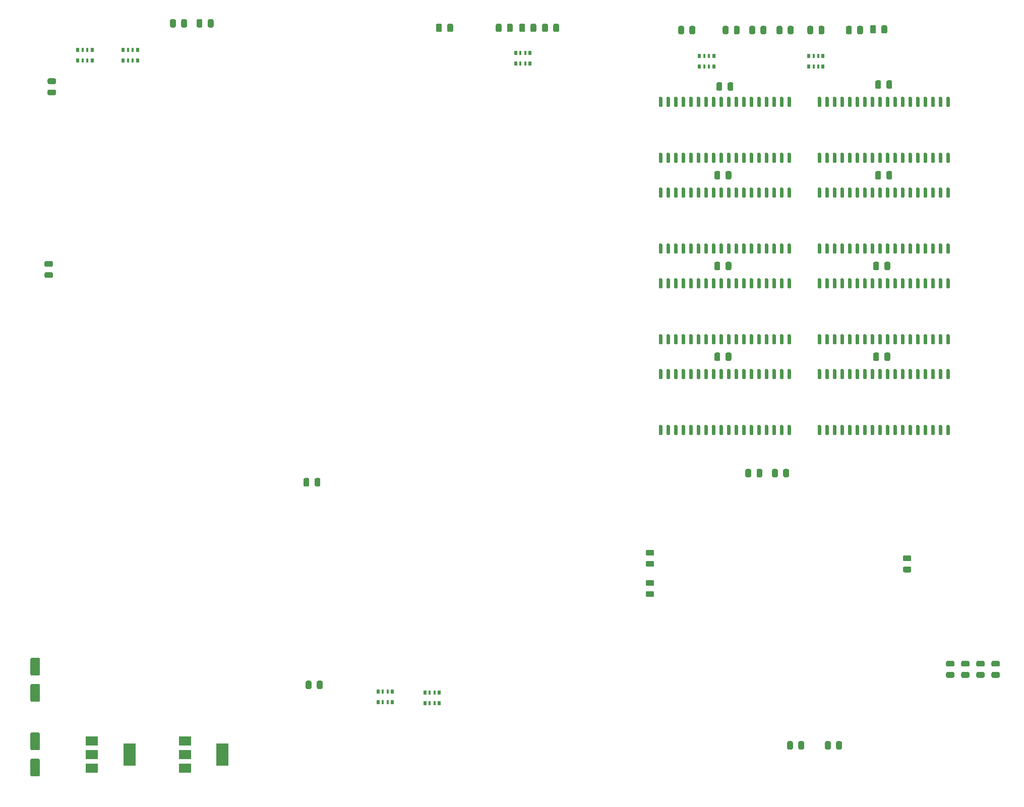
<source format=gbr>
%TF.GenerationSoftware,KiCad,Pcbnew,5.1.6-c6e7f7d~86~ubuntu18.04.1*%
%TF.CreationDate,2020-11-16T08:09:17+08:00*%
%TF.ProjectId,68k_dev,36386b5f-6465-4762-9e6b-696361645f70,rev?*%
%TF.SameCoordinates,Original*%
%TF.FileFunction,Paste,Top*%
%TF.FilePolarity,Positive*%
%FSLAX46Y46*%
G04 Gerber Fmt 4.6, Leading zero omitted, Abs format (unit mm)*
G04 Created by KiCad (PCBNEW 5.1.6-c6e7f7d~86~ubuntu18.04.1) date 2020-11-16 08:09:17*
%MOMM*%
%LPD*%
G01*
G04 APERTURE LIST*
%ADD10R,0.500000X0.800000*%
%ADD11R,0.400000X0.800000*%
%ADD12R,2.000000X3.800000*%
%ADD13R,2.000000X1.500000*%
G04 APERTURE END LIST*
%TO.C,C1*%
G36*
G01*
X85032000Y-94436250D02*
X85032000Y-93523750D01*
G75*
G02*
X85275750Y-93280000I243750J0D01*
G01*
X85763250Y-93280000D01*
G75*
G02*
X86007000Y-93523750I0J-243750D01*
G01*
X86007000Y-94436250D01*
G75*
G02*
X85763250Y-94680000I-243750J0D01*
G01*
X85275750Y-94680000D01*
G75*
G02*
X85032000Y-94436250I0J243750D01*
G01*
G37*
G36*
G01*
X83157000Y-94436250D02*
X83157000Y-93523750D01*
G75*
G02*
X83400750Y-93280000I243750J0D01*
G01*
X83888250Y-93280000D01*
G75*
G02*
X84132000Y-93523750I0J-243750D01*
G01*
X84132000Y-94436250D01*
G75*
G02*
X83888250Y-94680000I-243750J0D01*
G01*
X83400750Y-94680000D01*
G75*
G02*
X83157000Y-94436250I0J243750D01*
G01*
G37*
%TD*%
%TO.C,C2*%
G36*
G01*
X83538000Y-128472250D02*
X83538000Y-127559750D01*
G75*
G02*
X83781750Y-127316000I243750J0D01*
G01*
X84269250Y-127316000D01*
G75*
G02*
X84513000Y-127559750I0J-243750D01*
G01*
X84513000Y-128472250D01*
G75*
G02*
X84269250Y-128716000I-243750J0D01*
G01*
X83781750Y-128716000D01*
G75*
G02*
X83538000Y-128472250I0J243750D01*
G01*
G37*
G36*
G01*
X85413000Y-128472250D02*
X85413000Y-127559750D01*
G75*
G02*
X85656750Y-127316000I243750J0D01*
G01*
X86144250Y-127316000D01*
G75*
G02*
X86388000Y-127559750I0J-243750D01*
G01*
X86388000Y-128472250D01*
G75*
G02*
X86144250Y-128716000I-243750J0D01*
G01*
X85656750Y-128716000D01*
G75*
G02*
X85413000Y-128472250I0J243750D01*
G01*
G37*
%TD*%
%TO.C,C3*%
G36*
G01*
X40842250Y-59669500D02*
X39929750Y-59669500D01*
G75*
G02*
X39686000Y-59425750I0J243750D01*
G01*
X39686000Y-58938250D01*
G75*
G02*
X39929750Y-58694500I243750J0D01*
G01*
X40842250Y-58694500D01*
G75*
G02*
X41086000Y-58938250I0J-243750D01*
G01*
X41086000Y-59425750D01*
G75*
G02*
X40842250Y-59669500I-243750J0D01*
G01*
G37*
G36*
G01*
X40842250Y-57794500D02*
X39929750Y-57794500D01*
G75*
G02*
X39686000Y-57550750I0J243750D01*
G01*
X39686000Y-57063250D01*
G75*
G02*
X39929750Y-56819500I243750J0D01*
G01*
X40842250Y-56819500D01*
G75*
G02*
X41086000Y-57063250I0J-243750D01*
G01*
X41086000Y-57550750D01*
G75*
G02*
X40842250Y-57794500I-243750J0D01*
G01*
G37*
%TD*%
%TO.C,C4*%
G36*
G01*
X172614000Y-138632250D02*
X172614000Y-137719750D01*
G75*
G02*
X172857750Y-137476000I243750J0D01*
G01*
X173345250Y-137476000D01*
G75*
G02*
X173589000Y-137719750I0J-243750D01*
G01*
X173589000Y-138632250D01*
G75*
G02*
X173345250Y-138876000I-243750J0D01*
G01*
X172857750Y-138876000D01*
G75*
G02*
X172614000Y-138632250I0J243750D01*
G01*
G37*
G36*
G01*
X170739000Y-138632250D02*
X170739000Y-137719750D01*
G75*
G02*
X170982750Y-137476000I243750J0D01*
G01*
X171470250Y-137476000D01*
G75*
G02*
X171714000Y-137719750I0J-243750D01*
G01*
X171714000Y-138632250D01*
G75*
G02*
X171470250Y-138876000I-243750J0D01*
G01*
X170982750Y-138876000D01*
G75*
G02*
X170739000Y-138632250I0J243750D01*
G01*
G37*
%TD*%
%TO.C,C5*%
G36*
G01*
X141807250Y-108183000D02*
X140894750Y-108183000D01*
G75*
G02*
X140651000Y-107939250I0J243750D01*
G01*
X140651000Y-107451750D01*
G75*
G02*
X140894750Y-107208000I243750J0D01*
G01*
X141807250Y-107208000D01*
G75*
G02*
X142051000Y-107451750I0J-243750D01*
G01*
X142051000Y-107939250D01*
G75*
G02*
X141807250Y-108183000I-243750J0D01*
G01*
G37*
G36*
G01*
X141807250Y-106308000D02*
X140894750Y-106308000D01*
G75*
G02*
X140651000Y-106064250I0J243750D01*
G01*
X140651000Y-105576750D01*
G75*
G02*
X140894750Y-105333000I243750J0D01*
G01*
X141807250Y-105333000D01*
G75*
G02*
X142051000Y-105576750I0J-243750D01*
G01*
X142051000Y-106064250D01*
G75*
G02*
X141807250Y-106308000I-243750J0D01*
G01*
G37*
%TD*%
%TO.C,C6*%
G36*
G01*
X157373000Y-92912250D02*
X157373000Y-91999750D01*
G75*
G02*
X157616750Y-91756000I243750J0D01*
G01*
X158104250Y-91756000D01*
G75*
G02*
X158348000Y-91999750I0J-243750D01*
G01*
X158348000Y-92912250D01*
G75*
G02*
X158104250Y-93156000I-243750J0D01*
G01*
X157616750Y-93156000D01*
G75*
G02*
X157373000Y-92912250I0J243750D01*
G01*
G37*
G36*
G01*
X159248000Y-92912250D02*
X159248000Y-91999750D01*
G75*
G02*
X159491750Y-91756000I243750J0D01*
G01*
X159979250Y-91756000D01*
G75*
G02*
X160223000Y-91999750I0J-243750D01*
G01*
X160223000Y-92912250D01*
G75*
G02*
X159979250Y-93156000I-243750J0D01*
G01*
X159491750Y-93156000D01*
G75*
G02*
X159248000Y-92912250I0J243750D01*
G01*
G37*
%TD*%
%TO.C,C7*%
G36*
G01*
X184074750Y-106271000D02*
X184987250Y-106271000D01*
G75*
G02*
X185231000Y-106514750I0J-243750D01*
G01*
X185231000Y-107002250D01*
G75*
G02*
X184987250Y-107246000I-243750J0D01*
G01*
X184074750Y-107246000D01*
G75*
G02*
X183831000Y-107002250I0J243750D01*
G01*
X183831000Y-106514750D01*
G75*
G02*
X184074750Y-106271000I243750J0D01*
G01*
G37*
G36*
G01*
X184074750Y-108146000D02*
X184987250Y-108146000D01*
G75*
G02*
X185231000Y-108389750I0J-243750D01*
G01*
X185231000Y-108877250D01*
G75*
G02*
X184987250Y-109121000I-243750J0D01*
G01*
X184074750Y-109121000D01*
G75*
G02*
X183831000Y-108877250I0J243750D01*
G01*
X183831000Y-108389750D01*
G75*
G02*
X184074750Y-108146000I243750J0D01*
G01*
G37*
%TD*%
%TO.C,C8*%
G36*
G01*
X163724000Y-92912250D02*
X163724000Y-91999750D01*
G75*
G02*
X163967750Y-91756000I243750J0D01*
G01*
X164455250Y-91756000D01*
G75*
G02*
X164699000Y-91999750I0J-243750D01*
G01*
X164699000Y-92912250D01*
G75*
G02*
X164455250Y-93156000I-243750J0D01*
G01*
X163967750Y-93156000D01*
G75*
G02*
X163724000Y-92912250I0J243750D01*
G01*
G37*
G36*
G01*
X161849000Y-92912250D02*
X161849000Y-91999750D01*
G75*
G02*
X162092750Y-91756000I243750J0D01*
G01*
X162580250Y-91756000D01*
G75*
G02*
X162824000Y-91999750I0J-243750D01*
G01*
X162824000Y-92912250D01*
G75*
G02*
X162580250Y-93156000I-243750J0D01*
G01*
X162092750Y-93156000D01*
G75*
G02*
X161849000Y-92912250I0J243750D01*
G01*
G37*
%TD*%
%TO.C,C9*%
G36*
G01*
X141807250Y-113263000D02*
X140894750Y-113263000D01*
G75*
G02*
X140651000Y-113019250I0J243750D01*
G01*
X140651000Y-112531750D01*
G75*
G02*
X140894750Y-112288000I243750J0D01*
G01*
X141807250Y-112288000D01*
G75*
G02*
X142051000Y-112531750I0J-243750D01*
G01*
X142051000Y-113019250D01*
G75*
G02*
X141807250Y-113263000I-243750J0D01*
G01*
G37*
G36*
G01*
X141807250Y-111388000D02*
X140894750Y-111388000D01*
G75*
G02*
X140651000Y-111144250I0J243750D01*
G01*
X140651000Y-110656750D01*
G75*
G02*
X140894750Y-110413000I243750J0D01*
G01*
X141807250Y-110413000D01*
G75*
G02*
X142051000Y-110656750I0J-243750D01*
G01*
X142051000Y-111144250D01*
G75*
G02*
X141807250Y-111388000I-243750J0D01*
G01*
G37*
%TD*%
%TO.C,C10*%
G36*
G01*
X164389000Y-138632250D02*
X164389000Y-137719750D01*
G75*
G02*
X164632750Y-137476000I243750J0D01*
G01*
X165120250Y-137476000D01*
G75*
G02*
X165364000Y-137719750I0J-243750D01*
G01*
X165364000Y-138632250D01*
G75*
G02*
X165120250Y-138876000I-243750J0D01*
G01*
X164632750Y-138876000D01*
G75*
G02*
X164389000Y-138632250I0J243750D01*
G01*
G37*
G36*
G01*
X166264000Y-138632250D02*
X166264000Y-137719750D01*
G75*
G02*
X166507750Y-137476000I243750J0D01*
G01*
X166995250Y-137476000D01*
G75*
G02*
X167239000Y-137719750I0J-243750D01*
G01*
X167239000Y-138632250D01*
G75*
G02*
X166995250Y-138876000I-243750J0D01*
G01*
X166507750Y-138876000D01*
G75*
G02*
X166264000Y-138632250I0J243750D01*
G01*
G37*
%TD*%
%TO.C,C14*%
G36*
G01*
X153474000Y-27054250D02*
X153474000Y-27966750D01*
G75*
G02*
X153230250Y-28210500I-243750J0D01*
G01*
X152742750Y-28210500D01*
G75*
G02*
X152499000Y-27966750I0J243750D01*
G01*
X152499000Y-27054250D01*
G75*
G02*
X152742750Y-26810500I243750J0D01*
G01*
X153230250Y-26810500D01*
G75*
G02*
X153474000Y-27054250I0J-243750D01*
G01*
G37*
G36*
G01*
X155349000Y-27054250D02*
X155349000Y-27966750D01*
G75*
G02*
X155105250Y-28210500I-243750J0D01*
G01*
X154617750Y-28210500D01*
G75*
G02*
X154374000Y-27966750I0J243750D01*
G01*
X154374000Y-27054250D01*
G75*
G02*
X154617750Y-26810500I243750J0D01*
G01*
X155105250Y-26810500D01*
G75*
G02*
X155349000Y-27054250I0J-243750D01*
G01*
G37*
%TD*%
%TO.C,C15*%
G36*
G01*
X182019000Y-26721750D02*
X182019000Y-27634250D01*
G75*
G02*
X181775250Y-27878000I-243750J0D01*
G01*
X181287750Y-27878000D01*
G75*
G02*
X181044000Y-27634250I0J243750D01*
G01*
X181044000Y-26721750D01*
G75*
G02*
X181287750Y-26478000I243750J0D01*
G01*
X181775250Y-26478000D01*
G75*
G02*
X182019000Y-26721750I0J-243750D01*
G01*
G37*
G36*
G01*
X180144000Y-26721750D02*
X180144000Y-27634250D01*
G75*
G02*
X179900250Y-27878000I-243750J0D01*
G01*
X179412750Y-27878000D01*
G75*
G02*
X179169000Y-27634250I0J243750D01*
G01*
X179169000Y-26721750D01*
G75*
G02*
X179412750Y-26478000I243750J0D01*
G01*
X179900250Y-26478000D01*
G75*
G02*
X180144000Y-26721750I0J-243750D01*
G01*
G37*
%TD*%
%TO.C,C16*%
G36*
G01*
X153142000Y-41961750D02*
X153142000Y-42874250D01*
G75*
G02*
X152898250Y-43118000I-243750J0D01*
G01*
X152410750Y-43118000D01*
G75*
G02*
X152167000Y-42874250I0J243750D01*
G01*
X152167000Y-41961750D01*
G75*
G02*
X152410750Y-41718000I243750J0D01*
G01*
X152898250Y-41718000D01*
G75*
G02*
X153142000Y-41961750I0J-243750D01*
G01*
G37*
G36*
G01*
X155017000Y-41961750D02*
X155017000Y-42874250D01*
G75*
G02*
X154773250Y-43118000I-243750J0D01*
G01*
X154285750Y-43118000D01*
G75*
G02*
X154042000Y-42874250I0J243750D01*
G01*
X154042000Y-41961750D01*
G75*
G02*
X154285750Y-41718000I243750J0D01*
G01*
X154773250Y-41718000D01*
G75*
G02*
X155017000Y-41961750I0J-243750D01*
G01*
G37*
%TD*%
%TO.C,C17*%
G36*
G01*
X180144000Y-41961750D02*
X180144000Y-42874250D01*
G75*
G02*
X179900250Y-43118000I-243750J0D01*
G01*
X179412750Y-43118000D01*
G75*
G02*
X179169000Y-42874250I0J243750D01*
G01*
X179169000Y-41961750D01*
G75*
G02*
X179412750Y-41718000I243750J0D01*
G01*
X179900250Y-41718000D01*
G75*
G02*
X180144000Y-41961750I0J-243750D01*
G01*
G37*
G36*
G01*
X182019000Y-41961750D02*
X182019000Y-42874250D01*
G75*
G02*
X181775250Y-43118000I-243750J0D01*
G01*
X181287750Y-43118000D01*
G75*
G02*
X181044000Y-42874250I0J243750D01*
G01*
X181044000Y-41961750D01*
G75*
G02*
X181287750Y-41718000I243750J0D01*
G01*
X181775250Y-41718000D01*
G75*
G02*
X182019000Y-41961750I0J-243750D01*
G01*
G37*
%TD*%
%TO.C,C18*%
G36*
G01*
X153142000Y-57201750D02*
X153142000Y-58114250D01*
G75*
G02*
X152898250Y-58358000I-243750J0D01*
G01*
X152410750Y-58358000D01*
G75*
G02*
X152167000Y-58114250I0J243750D01*
G01*
X152167000Y-57201750D01*
G75*
G02*
X152410750Y-56958000I243750J0D01*
G01*
X152898250Y-56958000D01*
G75*
G02*
X153142000Y-57201750I0J-243750D01*
G01*
G37*
G36*
G01*
X155017000Y-57201750D02*
X155017000Y-58114250D01*
G75*
G02*
X154773250Y-58358000I-243750J0D01*
G01*
X154285750Y-58358000D01*
G75*
G02*
X154042000Y-58114250I0J243750D01*
G01*
X154042000Y-57201750D01*
G75*
G02*
X154285750Y-56958000I243750J0D01*
G01*
X154773250Y-56958000D01*
G75*
G02*
X155017000Y-57201750I0J-243750D01*
G01*
G37*
%TD*%
%TO.C,C19*%
G36*
G01*
X181687000Y-57201750D02*
X181687000Y-58114250D01*
G75*
G02*
X181443250Y-58358000I-243750J0D01*
G01*
X180955750Y-58358000D01*
G75*
G02*
X180712000Y-58114250I0J243750D01*
G01*
X180712000Y-57201750D01*
G75*
G02*
X180955750Y-56958000I243750J0D01*
G01*
X181443250Y-56958000D01*
G75*
G02*
X181687000Y-57201750I0J-243750D01*
G01*
G37*
G36*
G01*
X179812000Y-57201750D02*
X179812000Y-58114250D01*
G75*
G02*
X179568250Y-58358000I-243750J0D01*
G01*
X179080750Y-58358000D01*
G75*
G02*
X178837000Y-58114250I0J243750D01*
G01*
X178837000Y-57201750D01*
G75*
G02*
X179080750Y-56958000I243750J0D01*
G01*
X179568250Y-56958000D01*
G75*
G02*
X179812000Y-57201750I0J-243750D01*
G01*
G37*
%TD*%
%TO.C,C20*%
G36*
G01*
X153142000Y-72441750D02*
X153142000Y-73354250D01*
G75*
G02*
X152898250Y-73598000I-243750J0D01*
G01*
X152410750Y-73598000D01*
G75*
G02*
X152167000Y-73354250I0J243750D01*
G01*
X152167000Y-72441750D01*
G75*
G02*
X152410750Y-72198000I243750J0D01*
G01*
X152898250Y-72198000D01*
G75*
G02*
X153142000Y-72441750I0J-243750D01*
G01*
G37*
G36*
G01*
X155017000Y-72441750D02*
X155017000Y-73354250D01*
G75*
G02*
X154773250Y-73598000I-243750J0D01*
G01*
X154285750Y-73598000D01*
G75*
G02*
X154042000Y-73354250I0J243750D01*
G01*
X154042000Y-72441750D01*
G75*
G02*
X154285750Y-72198000I243750J0D01*
G01*
X154773250Y-72198000D01*
G75*
G02*
X155017000Y-72441750I0J-243750D01*
G01*
G37*
%TD*%
%TO.C,C21*%
G36*
G01*
X181687000Y-72441750D02*
X181687000Y-73354250D01*
G75*
G02*
X181443250Y-73598000I-243750J0D01*
G01*
X180955750Y-73598000D01*
G75*
G02*
X180712000Y-73354250I0J243750D01*
G01*
X180712000Y-72441750D01*
G75*
G02*
X180955750Y-72198000I243750J0D01*
G01*
X181443250Y-72198000D01*
G75*
G02*
X181687000Y-72441750I0J-243750D01*
G01*
G37*
G36*
G01*
X179812000Y-72441750D02*
X179812000Y-73354250D01*
G75*
G02*
X179568250Y-73598000I-243750J0D01*
G01*
X179080750Y-73598000D01*
G75*
G02*
X178837000Y-73354250I0J243750D01*
G01*
X178837000Y-72441750D01*
G75*
G02*
X179080750Y-72198000I243750J0D01*
G01*
X179568250Y-72198000D01*
G75*
G02*
X179812000Y-72441750I0J-243750D01*
G01*
G37*
%TD*%
%TO.C,C22*%
G36*
G01*
X41350250Y-27109000D02*
X40437750Y-27109000D01*
G75*
G02*
X40194000Y-26865250I0J243750D01*
G01*
X40194000Y-26377750D01*
G75*
G02*
X40437750Y-26134000I243750J0D01*
G01*
X41350250Y-26134000D01*
G75*
G02*
X41594000Y-26377750I0J-243750D01*
G01*
X41594000Y-26865250D01*
G75*
G02*
X41350250Y-27109000I-243750J0D01*
G01*
G37*
G36*
G01*
X41350250Y-28984000D02*
X40437750Y-28984000D01*
G75*
G02*
X40194000Y-28740250I0J243750D01*
G01*
X40194000Y-28252750D01*
G75*
G02*
X40437750Y-28009000I243750J0D01*
G01*
X41350250Y-28009000D01*
G75*
G02*
X41594000Y-28252750I0J-243750D01*
G01*
X41594000Y-28740250D01*
G75*
G02*
X41350250Y-28984000I-243750J0D01*
G01*
G37*
%TD*%
%TO.C,D1*%
G36*
G01*
X60763000Y-17351250D02*
X60763000Y-16438750D01*
G75*
G02*
X61006750Y-16195000I243750J0D01*
G01*
X61494250Y-16195000D01*
G75*
G02*
X61738000Y-16438750I0J-243750D01*
G01*
X61738000Y-17351250D01*
G75*
G02*
X61494250Y-17595000I-243750J0D01*
G01*
X61006750Y-17595000D01*
G75*
G02*
X60763000Y-17351250I0J243750D01*
G01*
G37*
G36*
G01*
X62638000Y-17351250D02*
X62638000Y-16438750D01*
G75*
G02*
X62881750Y-16195000I243750J0D01*
G01*
X63369250Y-16195000D01*
G75*
G02*
X63613000Y-16438750I0J-243750D01*
G01*
X63613000Y-17351250D01*
G75*
G02*
X63369250Y-17595000I-243750J0D01*
G01*
X62881750Y-17595000D01*
G75*
G02*
X62638000Y-17351250I0J243750D01*
G01*
G37*
%TD*%
%TO.C,D2*%
G36*
G01*
X67088000Y-17351250D02*
X67088000Y-16438750D01*
G75*
G02*
X67331750Y-16195000I243750J0D01*
G01*
X67819250Y-16195000D01*
G75*
G02*
X68063000Y-16438750I0J-243750D01*
G01*
X68063000Y-17351250D01*
G75*
G02*
X67819250Y-17595000I-243750J0D01*
G01*
X67331750Y-17595000D01*
G75*
G02*
X67088000Y-17351250I0J243750D01*
G01*
G37*
G36*
G01*
X65213000Y-17351250D02*
X65213000Y-16438750D01*
G75*
G02*
X65456750Y-16195000I243750J0D01*
G01*
X65944250Y-16195000D01*
G75*
G02*
X66188000Y-16438750I0J-243750D01*
G01*
X66188000Y-17351250D01*
G75*
G02*
X65944250Y-17595000I-243750J0D01*
G01*
X65456750Y-17595000D01*
G75*
G02*
X65213000Y-17351250I0J243750D01*
G01*
G37*
%TD*%
%TO.C,D3*%
G36*
G01*
X115463000Y-18109250D02*
X115463000Y-17196750D01*
G75*
G02*
X115706750Y-16953000I243750J0D01*
G01*
X116194250Y-16953000D01*
G75*
G02*
X116438000Y-17196750I0J-243750D01*
G01*
X116438000Y-18109250D01*
G75*
G02*
X116194250Y-18353000I-243750J0D01*
G01*
X115706750Y-18353000D01*
G75*
G02*
X115463000Y-18109250I0J243750D01*
G01*
G37*
G36*
G01*
X117338000Y-18109250D02*
X117338000Y-17196750D01*
G75*
G02*
X117581750Y-16953000I243750J0D01*
G01*
X118069250Y-16953000D01*
G75*
G02*
X118313000Y-17196750I0J-243750D01*
G01*
X118313000Y-18109250D01*
G75*
G02*
X118069250Y-18353000I-243750J0D01*
G01*
X117581750Y-18353000D01*
G75*
G02*
X117338000Y-18109250I0J243750D01*
G01*
G37*
%TD*%
%TO.C,D4*%
G36*
G01*
X121276000Y-18109250D02*
X121276000Y-17196750D01*
G75*
G02*
X121519750Y-16953000I243750J0D01*
G01*
X122007250Y-16953000D01*
G75*
G02*
X122251000Y-17196750I0J-243750D01*
G01*
X122251000Y-18109250D01*
G75*
G02*
X122007250Y-18353000I-243750J0D01*
G01*
X121519750Y-18353000D01*
G75*
G02*
X121276000Y-18109250I0J243750D01*
G01*
G37*
G36*
G01*
X119401000Y-18109250D02*
X119401000Y-17196750D01*
G75*
G02*
X119644750Y-16953000I243750J0D01*
G01*
X120132250Y-16953000D01*
G75*
G02*
X120376000Y-17196750I0J-243750D01*
G01*
X120376000Y-18109250D01*
G75*
G02*
X120132250Y-18353000I-243750J0D01*
G01*
X119644750Y-18353000D01*
G75*
G02*
X119401000Y-18109250I0J243750D01*
G01*
G37*
%TD*%
%TO.C,D5*%
G36*
G01*
X123241000Y-18109250D02*
X123241000Y-17196750D01*
G75*
G02*
X123484750Y-16953000I243750J0D01*
G01*
X123972250Y-16953000D01*
G75*
G02*
X124216000Y-17196750I0J-243750D01*
G01*
X124216000Y-18109250D01*
G75*
G02*
X123972250Y-18353000I-243750J0D01*
G01*
X123484750Y-18353000D01*
G75*
G02*
X123241000Y-18109250I0J243750D01*
G01*
G37*
G36*
G01*
X125116000Y-18109250D02*
X125116000Y-17196750D01*
G75*
G02*
X125359750Y-16953000I243750J0D01*
G01*
X125847250Y-16953000D01*
G75*
G02*
X126091000Y-17196750I0J-243750D01*
G01*
X126091000Y-18109250D01*
G75*
G02*
X125847250Y-18353000I-243750J0D01*
G01*
X125359750Y-18353000D01*
G75*
G02*
X125116000Y-18109250I0J243750D01*
G01*
G37*
%TD*%
%TO.C,D6*%
G36*
G01*
X105431000Y-18109250D02*
X105431000Y-17196750D01*
G75*
G02*
X105674750Y-16953000I243750J0D01*
G01*
X106162250Y-16953000D01*
G75*
G02*
X106406000Y-17196750I0J-243750D01*
G01*
X106406000Y-18109250D01*
G75*
G02*
X106162250Y-18353000I-243750J0D01*
G01*
X105674750Y-18353000D01*
G75*
G02*
X105431000Y-18109250I0J243750D01*
G01*
G37*
G36*
G01*
X107306000Y-18109250D02*
X107306000Y-17196750D01*
G75*
G02*
X107549750Y-16953000I243750J0D01*
G01*
X108037250Y-16953000D01*
G75*
G02*
X108281000Y-17196750I0J-243750D01*
G01*
X108281000Y-18109250D01*
G75*
G02*
X108037250Y-18353000I-243750J0D01*
G01*
X107549750Y-18353000D01*
G75*
G02*
X107306000Y-18109250I0J243750D01*
G01*
G37*
%TD*%
%TO.C,D7*%
G36*
G01*
X147976000Y-18490250D02*
X147976000Y-17577750D01*
G75*
G02*
X148219750Y-17334000I243750J0D01*
G01*
X148707250Y-17334000D01*
G75*
G02*
X148951000Y-17577750I0J-243750D01*
G01*
X148951000Y-18490250D01*
G75*
G02*
X148707250Y-18734000I-243750J0D01*
G01*
X148219750Y-18734000D01*
G75*
G02*
X147976000Y-18490250I0J243750D01*
G01*
G37*
G36*
G01*
X146101000Y-18490250D02*
X146101000Y-17577750D01*
G75*
G02*
X146344750Y-17334000I243750J0D01*
G01*
X146832250Y-17334000D01*
G75*
G02*
X147076000Y-17577750I0J-243750D01*
G01*
X147076000Y-18490250D01*
G75*
G02*
X146832250Y-18734000I-243750J0D01*
G01*
X146344750Y-18734000D01*
G75*
G02*
X146101000Y-18490250I0J243750D01*
G01*
G37*
%TD*%
%TO.C,D8*%
G36*
G01*
X167787000Y-18490250D02*
X167787000Y-17577750D01*
G75*
G02*
X168030750Y-17334000I243750J0D01*
G01*
X168518250Y-17334000D01*
G75*
G02*
X168762000Y-17577750I0J-243750D01*
G01*
X168762000Y-18490250D01*
G75*
G02*
X168518250Y-18734000I-243750J0D01*
G01*
X168030750Y-18734000D01*
G75*
G02*
X167787000Y-18490250I0J243750D01*
G01*
G37*
G36*
G01*
X169662000Y-18490250D02*
X169662000Y-17577750D01*
G75*
G02*
X169905750Y-17334000I243750J0D01*
G01*
X170393250Y-17334000D01*
G75*
G02*
X170637000Y-17577750I0J-243750D01*
G01*
X170637000Y-18490250D01*
G75*
G02*
X170393250Y-18734000I-243750J0D01*
G01*
X169905750Y-18734000D01*
G75*
G02*
X169662000Y-18490250I0J243750D01*
G01*
G37*
%TD*%
%TO.C,D9*%
G36*
G01*
X164486000Y-18490250D02*
X164486000Y-17577750D01*
G75*
G02*
X164729750Y-17334000I243750J0D01*
G01*
X165217250Y-17334000D01*
G75*
G02*
X165461000Y-17577750I0J-243750D01*
G01*
X165461000Y-18490250D01*
G75*
G02*
X165217250Y-18734000I-243750J0D01*
G01*
X164729750Y-18734000D01*
G75*
G02*
X164486000Y-18490250I0J243750D01*
G01*
G37*
G36*
G01*
X162611000Y-18490250D02*
X162611000Y-17577750D01*
G75*
G02*
X162854750Y-17334000I243750J0D01*
G01*
X163342250Y-17334000D01*
G75*
G02*
X163586000Y-17577750I0J-243750D01*
G01*
X163586000Y-18490250D01*
G75*
G02*
X163342250Y-18734000I-243750J0D01*
G01*
X162854750Y-18734000D01*
G75*
G02*
X162611000Y-18490250I0J243750D01*
G01*
G37*
%TD*%
%TO.C,D10*%
G36*
G01*
X158039000Y-18490250D02*
X158039000Y-17577750D01*
G75*
G02*
X158282750Y-17334000I243750J0D01*
G01*
X158770250Y-17334000D01*
G75*
G02*
X159014000Y-17577750I0J-243750D01*
G01*
X159014000Y-18490250D01*
G75*
G02*
X158770250Y-18734000I-243750J0D01*
G01*
X158282750Y-18734000D01*
G75*
G02*
X158039000Y-18490250I0J243750D01*
G01*
G37*
G36*
G01*
X159914000Y-18490250D02*
X159914000Y-17577750D01*
G75*
G02*
X160157750Y-17334000I243750J0D01*
G01*
X160645250Y-17334000D01*
G75*
G02*
X160889000Y-17577750I0J-243750D01*
G01*
X160889000Y-18490250D01*
G75*
G02*
X160645250Y-18734000I-243750J0D01*
G01*
X160157750Y-18734000D01*
G75*
G02*
X159914000Y-18490250I0J243750D01*
G01*
G37*
%TD*%
%TO.C,D11*%
G36*
G01*
X155438000Y-18490250D02*
X155438000Y-17577750D01*
G75*
G02*
X155681750Y-17334000I243750J0D01*
G01*
X156169250Y-17334000D01*
G75*
G02*
X156413000Y-17577750I0J-243750D01*
G01*
X156413000Y-18490250D01*
G75*
G02*
X156169250Y-18734000I-243750J0D01*
G01*
X155681750Y-18734000D01*
G75*
G02*
X155438000Y-18490250I0J243750D01*
G01*
G37*
G36*
G01*
X153563000Y-18490250D02*
X153563000Y-17577750D01*
G75*
G02*
X153806750Y-17334000I243750J0D01*
G01*
X154294250Y-17334000D01*
G75*
G02*
X154538000Y-17577750I0J-243750D01*
G01*
X154538000Y-18490250D01*
G75*
G02*
X154294250Y-18734000I-243750J0D01*
G01*
X153806750Y-18734000D01*
G75*
G02*
X153563000Y-18490250I0J243750D01*
G01*
G37*
%TD*%
%TO.C,D12*%
G36*
G01*
X178329000Y-18363250D02*
X178329000Y-17450750D01*
G75*
G02*
X178572750Y-17207000I243750J0D01*
G01*
X179060250Y-17207000D01*
G75*
G02*
X179304000Y-17450750I0J-243750D01*
G01*
X179304000Y-18363250D01*
G75*
G02*
X179060250Y-18607000I-243750J0D01*
G01*
X178572750Y-18607000D01*
G75*
G02*
X178329000Y-18363250I0J243750D01*
G01*
G37*
G36*
G01*
X180204000Y-18363250D02*
X180204000Y-17450750D01*
G75*
G02*
X180447750Y-17207000I243750J0D01*
G01*
X180935250Y-17207000D01*
G75*
G02*
X181179000Y-17450750I0J-243750D01*
G01*
X181179000Y-18363250D01*
G75*
G02*
X180935250Y-18607000I-243750J0D01*
G01*
X180447750Y-18607000D01*
G75*
G02*
X180204000Y-18363250I0J243750D01*
G01*
G37*
%TD*%
%TO.C,D13*%
G36*
G01*
X176140000Y-18490250D02*
X176140000Y-17577750D01*
G75*
G02*
X176383750Y-17334000I243750J0D01*
G01*
X176871250Y-17334000D01*
G75*
G02*
X177115000Y-17577750I0J-243750D01*
G01*
X177115000Y-18490250D01*
G75*
G02*
X176871250Y-18734000I-243750J0D01*
G01*
X176383750Y-18734000D01*
G75*
G02*
X176140000Y-18490250I0J243750D01*
G01*
G37*
G36*
G01*
X174265000Y-18490250D02*
X174265000Y-17577750D01*
G75*
G02*
X174508750Y-17334000I243750J0D01*
G01*
X174996250Y-17334000D01*
G75*
G02*
X175240000Y-17577750I0J-243750D01*
G01*
X175240000Y-18490250D01*
G75*
G02*
X174996250Y-18734000I-243750J0D01*
G01*
X174508750Y-18734000D01*
G75*
G02*
X174265000Y-18490250I0J243750D01*
G01*
G37*
%TD*%
%TO.C,R1*%
G36*
G01*
X192226250Y-124948000D02*
X191313750Y-124948000D01*
G75*
G02*
X191070000Y-124704250I0J243750D01*
G01*
X191070000Y-124216750D01*
G75*
G02*
X191313750Y-123973000I243750J0D01*
G01*
X192226250Y-123973000D01*
G75*
G02*
X192470000Y-124216750I0J-243750D01*
G01*
X192470000Y-124704250D01*
G75*
G02*
X192226250Y-124948000I-243750J0D01*
G01*
G37*
G36*
G01*
X192226250Y-126823000D02*
X191313750Y-126823000D01*
G75*
G02*
X191070000Y-126579250I0J243750D01*
G01*
X191070000Y-126091750D01*
G75*
G02*
X191313750Y-125848000I243750J0D01*
G01*
X192226250Y-125848000D01*
G75*
G02*
X192470000Y-126091750I0J-243750D01*
G01*
X192470000Y-126579250D01*
G75*
G02*
X192226250Y-126823000I-243750J0D01*
G01*
G37*
%TD*%
%TO.C,R2*%
G36*
G01*
X193853750Y-123973000D02*
X194766250Y-123973000D01*
G75*
G02*
X195010000Y-124216750I0J-243750D01*
G01*
X195010000Y-124704250D01*
G75*
G02*
X194766250Y-124948000I-243750J0D01*
G01*
X193853750Y-124948000D01*
G75*
G02*
X193610000Y-124704250I0J243750D01*
G01*
X193610000Y-124216750D01*
G75*
G02*
X193853750Y-123973000I243750J0D01*
G01*
G37*
G36*
G01*
X193853750Y-125848000D02*
X194766250Y-125848000D01*
G75*
G02*
X195010000Y-126091750I0J-243750D01*
G01*
X195010000Y-126579250D01*
G75*
G02*
X194766250Y-126823000I-243750J0D01*
G01*
X193853750Y-126823000D01*
G75*
G02*
X193610000Y-126579250I0J243750D01*
G01*
X193610000Y-126091750D01*
G75*
G02*
X193853750Y-125848000I243750J0D01*
G01*
G37*
%TD*%
%TO.C,R3*%
G36*
G01*
X197306250Y-126823000D02*
X196393750Y-126823000D01*
G75*
G02*
X196150000Y-126579250I0J243750D01*
G01*
X196150000Y-126091750D01*
G75*
G02*
X196393750Y-125848000I243750J0D01*
G01*
X197306250Y-125848000D01*
G75*
G02*
X197550000Y-126091750I0J-243750D01*
G01*
X197550000Y-126579250D01*
G75*
G02*
X197306250Y-126823000I-243750J0D01*
G01*
G37*
G36*
G01*
X197306250Y-124948000D02*
X196393750Y-124948000D01*
G75*
G02*
X196150000Y-124704250I0J243750D01*
G01*
X196150000Y-124216750D01*
G75*
G02*
X196393750Y-123973000I243750J0D01*
G01*
X197306250Y-123973000D01*
G75*
G02*
X197550000Y-124216750I0J-243750D01*
G01*
X197550000Y-124704250D01*
G75*
G02*
X197306250Y-124948000I-243750J0D01*
G01*
G37*
%TD*%
%TO.C,R4*%
G36*
G01*
X198933750Y-125848000D02*
X199846250Y-125848000D01*
G75*
G02*
X200090000Y-126091750I0J-243750D01*
G01*
X200090000Y-126579250D01*
G75*
G02*
X199846250Y-126823000I-243750J0D01*
G01*
X198933750Y-126823000D01*
G75*
G02*
X198690000Y-126579250I0J243750D01*
G01*
X198690000Y-126091750D01*
G75*
G02*
X198933750Y-125848000I243750J0D01*
G01*
G37*
G36*
G01*
X198933750Y-123973000D02*
X199846250Y-123973000D01*
G75*
G02*
X200090000Y-124216750I0J-243750D01*
G01*
X200090000Y-124704250D01*
G75*
G02*
X199846250Y-124948000I-243750J0D01*
G01*
X198933750Y-124948000D01*
G75*
G02*
X198690000Y-124704250I0J243750D01*
G01*
X198690000Y-124216750D01*
G75*
G02*
X198933750Y-123973000I243750J0D01*
G01*
G37*
%TD*%
D10*
%TO.C,RN1*%
X105975000Y-129275000D03*
D11*
X104375000Y-129275000D03*
X105175000Y-129275000D03*
D10*
X103575000Y-129275000D03*
D11*
X105175000Y-131075000D03*
D10*
X105975000Y-131075000D03*
D11*
X104375000Y-131075000D03*
D10*
X103575000Y-131075000D03*
%TD*%
%TO.C,RN2*%
X98101000Y-129148000D03*
D11*
X97301000Y-129148000D03*
D10*
X95701000Y-129148000D03*
D11*
X96501000Y-129148000D03*
D10*
X98101000Y-130948000D03*
D11*
X96501000Y-130948000D03*
X97301000Y-130948000D03*
D10*
X95701000Y-130948000D03*
%TD*%
%TO.C,RN3*%
X47682000Y-21325000D03*
D11*
X46082000Y-21325000D03*
X46882000Y-21325000D03*
D10*
X45282000Y-21325000D03*
D11*
X46882000Y-23125000D03*
D10*
X47682000Y-23125000D03*
D11*
X46082000Y-23125000D03*
D10*
X45282000Y-23125000D03*
%TD*%
%TO.C,RN4*%
X52902000Y-23125000D03*
D11*
X54502000Y-23125000D03*
X53702000Y-23125000D03*
D10*
X55302000Y-23125000D03*
D11*
X53702000Y-21325000D03*
D10*
X52902000Y-21325000D03*
D11*
X54502000Y-21325000D03*
D10*
X55302000Y-21325000D03*
%TD*%
%TO.C,RN5*%
X121215000Y-21833000D03*
D11*
X120415000Y-21833000D03*
D10*
X118815000Y-21833000D03*
D11*
X119615000Y-21833000D03*
D10*
X121215000Y-23633000D03*
D11*
X119615000Y-23633000D03*
X120415000Y-23633000D03*
D10*
X118815000Y-23633000D03*
%TD*%
%TO.C,RN6*%
X149676000Y-24141000D03*
D11*
X151276000Y-24141000D03*
X150476000Y-24141000D03*
D10*
X152076000Y-24141000D03*
D11*
X150476000Y-22341000D03*
D10*
X149676000Y-22341000D03*
D11*
X151276000Y-22341000D03*
D10*
X152076000Y-22341000D03*
%TD*%
%TO.C,RN7*%
X168021000Y-24152000D03*
D11*
X168821000Y-24152000D03*
D10*
X170421000Y-24152000D03*
D11*
X169621000Y-24152000D03*
D10*
X168021000Y-22352000D03*
D11*
X169621000Y-22352000D03*
X168821000Y-22352000D03*
D10*
X170421000Y-22352000D03*
%TD*%
D12*
%TO.C,U4*%
X53950000Y-139700000D03*
D13*
X47650000Y-139700000D03*
X47650000Y-142000000D03*
X47650000Y-137400000D03*
%TD*%
%TO.C,U5*%
X63271000Y-137400000D03*
X63271000Y-142000000D03*
X63271000Y-139700000D03*
D12*
X69571000Y-139700000D03*
%TD*%
%TO.C,U6*%
G36*
G01*
X143279000Y-40348000D02*
X142979000Y-40348000D01*
G75*
G02*
X142829000Y-40198000I0J150000D01*
G01*
X142829000Y-38798000D01*
G75*
G02*
X142979000Y-38648000I150000J0D01*
G01*
X143279000Y-38648000D01*
G75*
G02*
X143429000Y-38798000I0J-150000D01*
G01*
X143429000Y-40198000D01*
G75*
G02*
X143279000Y-40348000I-150000J0D01*
G01*
G37*
G36*
G01*
X144549000Y-40348000D02*
X144249000Y-40348000D01*
G75*
G02*
X144099000Y-40198000I0J150000D01*
G01*
X144099000Y-38798000D01*
G75*
G02*
X144249000Y-38648000I150000J0D01*
G01*
X144549000Y-38648000D01*
G75*
G02*
X144699000Y-38798000I0J-150000D01*
G01*
X144699000Y-40198000D01*
G75*
G02*
X144549000Y-40348000I-150000J0D01*
G01*
G37*
G36*
G01*
X145819000Y-40348000D02*
X145519000Y-40348000D01*
G75*
G02*
X145369000Y-40198000I0J150000D01*
G01*
X145369000Y-38798000D01*
G75*
G02*
X145519000Y-38648000I150000J0D01*
G01*
X145819000Y-38648000D01*
G75*
G02*
X145969000Y-38798000I0J-150000D01*
G01*
X145969000Y-40198000D01*
G75*
G02*
X145819000Y-40348000I-150000J0D01*
G01*
G37*
G36*
G01*
X147089000Y-40348000D02*
X146789000Y-40348000D01*
G75*
G02*
X146639000Y-40198000I0J150000D01*
G01*
X146639000Y-38798000D01*
G75*
G02*
X146789000Y-38648000I150000J0D01*
G01*
X147089000Y-38648000D01*
G75*
G02*
X147239000Y-38798000I0J-150000D01*
G01*
X147239000Y-40198000D01*
G75*
G02*
X147089000Y-40348000I-150000J0D01*
G01*
G37*
G36*
G01*
X148359000Y-40348000D02*
X148059000Y-40348000D01*
G75*
G02*
X147909000Y-40198000I0J150000D01*
G01*
X147909000Y-38798000D01*
G75*
G02*
X148059000Y-38648000I150000J0D01*
G01*
X148359000Y-38648000D01*
G75*
G02*
X148509000Y-38798000I0J-150000D01*
G01*
X148509000Y-40198000D01*
G75*
G02*
X148359000Y-40348000I-150000J0D01*
G01*
G37*
G36*
G01*
X149629000Y-40348000D02*
X149329000Y-40348000D01*
G75*
G02*
X149179000Y-40198000I0J150000D01*
G01*
X149179000Y-38798000D01*
G75*
G02*
X149329000Y-38648000I150000J0D01*
G01*
X149629000Y-38648000D01*
G75*
G02*
X149779000Y-38798000I0J-150000D01*
G01*
X149779000Y-40198000D01*
G75*
G02*
X149629000Y-40348000I-150000J0D01*
G01*
G37*
G36*
G01*
X150899000Y-40348000D02*
X150599000Y-40348000D01*
G75*
G02*
X150449000Y-40198000I0J150000D01*
G01*
X150449000Y-38798000D01*
G75*
G02*
X150599000Y-38648000I150000J0D01*
G01*
X150899000Y-38648000D01*
G75*
G02*
X151049000Y-38798000I0J-150000D01*
G01*
X151049000Y-40198000D01*
G75*
G02*
X150899000Y-40348000I-150000J0D01*
G01*
G37*
G36*
G01*
X152169000Y-40348000D02*
X151869000Y-40348000D01*
G75*
G02*
X151719000Y-40198000I0J150000D01*
G01*
X151719000Y-38798000D01*
G75*
G02*
X151869000Y-38648000I150000J0D01*
G01*
X152169000Y-38648000D01*
G75*
G02*
X152319000Y-38798000I0J-150000D01*
G01*
X152319000Y-40198000D01*
G75*
G02*
X152169000Y-40348000I-150000J0D01*
G01*
G37*
G36*
G01*
X153439000Y-40348000D02*
X153139000Y-40348000D01*
G75*
G02*
X152989000Y-40198000I0J150000D01*
G01*
X152989000Y-38798000D01*
G75*
G02*
X153139000Y-38648000I150000J0D01*
G01*
X153439000Y-38648000D01*
G75*
G02*
X153589000Y-38798000I0J-150000D01*
G01*
X153589000Y-40198000D01*
G75*
G02*
X153439000Y-40348000I-150000J0D01*
G01*
G37*
G36*
G01*
X154709000Y-40348000D02*
X154409000Y-40348000D01*
G75*
G02*
X154259000Y-40198000I0J150000D01*
G01*
X154259000Y-38798000D01*
G75*
G02*
X154409000Y-38648000I150000J0D01*
G01*
X154709000Y-38648000D01*
G75*
G02*
X154859000Y-38798000I0J-150000D01*
G01*
X154859000Y-40198000D01*
G75*
G02*
X154709000Y-40348000I-150000J0D01*
G01*
G37*
G36*
G01*
X155979000Y-40348000D02*
X155679000Y-40348000D01*
G75*
G02*
X155529000Y-40198000I0J150000D01*
G01*
X155529000Y-38798000D01*
G75*
G02*
X155679000Y-38648000I150000J0D01*
G01*
X155979000Y-38648000D01*
G75*
G02*
X156129000Y-38798000I0J-150000D01*
G01*
X156129000Y-40198000D01*
G75*
G02*
X155979000Y-40348000I-150000J0D01*
G01*
G37*
G36*
G01*
X157249000Y-40348000D02*
X156949000Y-40348000D01*
G75*
G02*
X156799000Y-40198000I0J150000D01*
G01*
X156799000Y-38798000D01*
G75*
G02*
X156949000Y-38648000I150000J0D01*
G01*
X157249000Y-38648000D01*
G75*
G02*
X157399000Y-38798000I0J-150000D01*
G01*
X157399000Y-40198000D01*
G75*
G02*
X157249000Y-40348000I-150000J0D01*
G01*
G37*
G36*
G01*
X158519000Y-40348000D02*
X158219000Y-40348000D01*
G75*
G02*
X158069000Y-40198000I0J150000D01*
G01*
X158069000Y-38798000D01*
G75*
G02*
X158219000Y-38648000I150000J0D01*
G01*
X158519000Y-38648000D01*
G75*
G02*
X158669000Y-38798000I0J-150000D01*
G01*
X158669000Y-40198000D01*
G75*
G02*
X158519000Y-40348000I-150000J0D01*
G01*
G37*
G36*
G01*
X159789000Y-40348000D02*
X159489000Y-40348000D01*
G75*
G02*
X159339000Y-40198000I0J150000D01*
G01*
X159339000Y-38798000D01*
G75*
G02*
X159489000Y-38648000I150000J0D01*
G01*
X159789000Y-38648000D01*
G75*
G02*
X159939000Y-38798000I0J-150000D01*
G01*
X159939000Y-40198000D01*
G75*
G02*
X159789000Y-40348000I-150000J0D01*
G01*
G37*
G36*
G01*
X161059000Y-40348000D02*
X160759000Y-40348000D01*
G75*
G02*
X160609000Y-40198000I0J150000D01*
G01*
X160609000Y-38798000D01*
G75*
G02*
X160759000Y-38648000I150000J0D01*
G01*
X161059000Y-38648000D01*
G75*
G02*
X161209000Y-38798000I0J-150000D01*
G01*
X161209000Y-40198000D01*
G75*
G02*
X161059000Y-40348000I-150000J0D01*
G01*
G37*
G36*
G01*
X162329000Y-40348000D02*
X162029000Y-40348000D01*
G75*
G02*
X161879000Y-40198000I0J150000D01*
G01*
X161879000Y-38798000D01*
G75*
G02*
X162029000Y-38648000I150000J0D01*
G01*
X162329000Y-38648000D01*
G75*
G02*
X162479000Y-38798000I0J-150000D01*
G01*
X162479000Y-40198000D01*
G75*
G02*
X162329000Y-40348000I-150000J0D01*
G01*
G37*
G36*
G01*
X163599000Y-40348000D02*
X163299000Y-40348000D01*
G75*
G02*
X163149000Y-40198000I0J150000D01*
G01*
X163149000Y-38798000D01*
G75*
G02*
X163299000Y-38648000I150000J0D01*
G01*
X163599000Y-38648000D01*
G75*
G02*
X163749000Y-38798000I0J-150000D01*
G01*
X163749000Y-40198000D01*
G75*
G02*
X163599000Y-40348000I-150000J0D01*
G01*
G37*
G36*
G01*
X164869000Y-40348000D02*
X164569000Y-40348000D01*
G75*
G02*
X164419000Y-40198000I0J150000D01*
G01*
X164419000Y-38798000D01*
G75*
G02*
X164569000Y-38648000I150000J0D01*
G01*
X164869000Y-38648000D01*
G75*
G02*
X165019000Y-38798000I0J-150000D01*
G01*
X165019000Y-40198000D01*
G75*
G02*
X164869000Y-40348000I-150000J0D01*
G01*
G37*
G36*
G01*
X164869000Y-30948000D02*
X164569000Y-30948000D01*
G75*
G02*
X164419000Y-30798000I0J150000D01*
G01*
X164419000Y-29398000D01*
G75*
G02*
X164569000Y-29248000I150000J0D01*
G01*
X164869000Y-29248000D01*
G75*
G02*
X165019000Y-29398000I0J-150000D01*
G01*
X165019000Y-30798000D01*
G75*
G02*
X164869000Y-30948000I-150000J0D01*
G01*
G37*
G36*
G01*
X163599000Y-30948000D02*
X163299000Y-30948000D01*
G75*
G02*
X163149000Y-30798000I0J150000D01*
G01*
X163149000Y-29398000D01*
G75*
G02*
X163299000Y-29248000I150000J0D01*
G01*
X163599000Y-29248000D01*
G75*
G02*
X163749000Y-29398000I0J-150000D01*
G01*
X163749000Y-30798000D01*
G75*
G02*
X163599000Y-30948000I-150000J0D01*
G01*
G37*
G36*
G01*
X162329000Y-30948000D02*
X162029000Y-30948000D01*
G75*
G02*
X161879000Y-30798000I0J150000D01*
G01*
X161879000Y-29398000D01*
G75*
G02*
X162029000Y-29248000I150000J0D01*
G01*
X162329000Y-29248000D01*
G75*
G02*
X162479000Y-29398000I0J-150000D01*
G01*
X162479000Y-30798000D01*
G75*
G02*
X162329000Y-30948000I-150000J0D01*
G01*
G37*
G36*
G01*
X161059000Y-30948000D02*
X160759000Y-30948000D01*
G75*
G02*
X160609000Y-30798000I0J150000D01*
G01*
X160609000Y-29398000D01*
G75*
G02*
X160759000Y-29248000I150000J0D01*
G01*
X161059000Y-29248000D01*
G75*
G02*
X161209000Y-29398000I0J-150000D01*
G01*
X161209000Y-30798000D01*
G75*
G02*
X161059000Y-30948000I-150000J0D01*
G01*
G37*
G36*
G01*
X159789000Y-30948000D02*
X159489000Y-30948000D01*
G75*
G02*
X159339000Y-30798000I0J150000D01*
G01*
X159339000Y-29398000D01*
G75*
G02*
X159489000Y-29248000I150000J0D01*
G01*
X159789000Y-29248000D01*
G75*
G02*
X159939000Y-29398000I0J-150000D01*
G01*
X159939000Y-30798000D01*
G75*
G02*
X159789000Y-30948000I-150000J0D01*
G01*
G37*
G36*
G01*
X158519000Y-30948000D02*
X158219000Y-30948000D01*
G75*
G02*
X158069000Y-30798000I0J150000D01*
G01*
X158069000Y-29398000D01*
G75*
G02*
X158219000Y-29248000I150000J0D01*
G01*
X158519000Y-29248000D01*
G75*
G02*
X158669000Y-29398000I0J-150000D01*
G01*
X158669000Y-30798000D01*
G75*
G02*
X158519000Y-30948000I-150000J0D01*
G01*
G37*
G36*
G01*
X157249000Y-30948000D02*
X156949000Y-30948000D01*
G75*
G02*
X156799000Y-30798000I0J150000D01*
G01*
X156799000Y-29398000D01*
G75*
G02*
X156949000Y-29248000I150000J0D01*
G01*
X157249000Y-29248000D01*
G75*
G02*
X157399000Y-29398000I0J-150000D01*
G01*
X157399000Y-30798000D01*
G75*
G02*
X157249000Y-30948000I-150000J0D01*
G01*
G37*
G36*
G01*
X155979000Y-30948000D02*
X155679000Y-30948000D01*
G75*
G02*
X155529000Y-30798000I0J150000D01*
G01*
X155529000Y-29398000D01*
G75*
G02*
X155679000Y-29248000I150000J0D01*
G01*
X155979000Y-29248000D01*
G75*
G02*
X156129000Y-29398000I0J-150000D01*
G01*
X156129000Y-30798000D01*
G75*
G02*
X155979000Y-30948000I-150000J0D01*
G01*
G37*
G36*
G01*
X154709000Y-30948000D02*
X154409000Y-30948000D01*
G75*
G02*
X154259000Y-30798000I0J150000D01*
G01*
X154259000Y-29398000D01*
G75*
G02*
X154409000Y-29248000I150000J0D01*
G01*
X154709000Y-29248000D01*
G75*
G02*
X154859000Y-29398000I0J-150000D01*
G01*
X154859000Y-30798000D01*
G75*
G02*
X154709000Y-30948000I-150000J0D01*
G01*
G37*
G36*
G01*
X153439000Y-30948000D02*
X153139000Y-30948000D01*
G75*
G02*
X152989000Y-30798000I0J150000D01*
G01*
X152989000Y-29398000D01*
G75*
G02*
X153139000Y-29248000I150000J0D01*
G01*
X153439000Y-29248000D01*
G75*
G02*
X153589000Y-29398000I0J-150000D01*
G01*
X153589000Y-30798000D01*
G75*
G02*
X153439000Y-30948000I-150000J0D01*
G01*
G37*
G36*
G01*
X152169000Y-30948000D02*
X151869000Y-30948000D01*
G75*
G02*
X151719000Y-30798000I0J150000D01*
G01*
X151719000Y-29398000D01*
G75*
G02*
X151869000Y-29248000I150000J0D01*
G01*
X152169000Y-29248000D01*
G75*
G02*
X152319000Y-29398000I0J-150000D01*
G01*
X152319000Y-30798000D01*
G75*
G02*
X152169000Y-30948000I-150000J0D01*
G01*
G37*
G36*
G01*
X150899000Y-30948000D02*
X150599000Y-30948000D01*
G75*
G02*
X150449000Y-30798000I0J150000D01*
G01*
X150449000Y-29398000D01*
G75*
G02*
X150599000Y-29248000I150000J0D01*
G01*
X150899000Y-29248000D01*
G75*
G02*
X151049000Y-29398000I0J-150000D01*
G01*
X151049000Y-30798000D01*
G75*
G02*
X150899000Y-30948000I-150000J0D01*
G01*
G37*
G36*
G01*
X149629000Y-30948000D02*
X149329000Y-30948000D01*
G75*
G02*
X149179000Y-30798000I0J150000D01*
G01*
X149179000Y-29398000D01*
G75*
G02*
X149329000Y-29248000I150000J0D01*
G01*
X149629000Y-29248000D01*
G75*
G02*
X149779000Y-29398000I0J-150000D01*
G01*
X149779000Y-30798000D01*
G75*
G02*
X149629000Y-30948000I-150000J0D01*
G01*
G37*
G36*
G01*
X148359000Y-30948000D02*
X148059000Y-30948000D01*
G75*
G02*
X147909000Y-30798000I0J150000D01*
G01*
X147909000Y-29398000D01*
G75*
G02*
X148059000Y-29248000I150000J0D01*
G01*
X148359000Y-29248000D01*
G75*
G02*
X148509000Y-29398000I0J-150000D01*
G01*
X148509000Y-30798000D01*
G75*
G02*
X148359000Y-30948000I-150000J0D01*
G01*
G37*
G36*
G01*
X147089000Y-30948000D02*
X146789000Y-30948000D01*
G75*
G02*
X146639000Y-30798000I0J150000D01*
G01*
X146639000Y-29398000D01*
G75*
G02*
X146789000Y-29248000I150000J0D01*
G01*
X147089000Y-29248000D01*
G75*
G02*
X147239000Y-29398000I0J-150000D01*
G01*
X147239000Y-30798000D01*
G75*
G02*
X147089000Y-30948000I-150000J0D01*
G01*
G37*
G36*
G01*
X145819000Y-30948000D02*
X145519000Y-30948000D01*
G75*
G02*
X145369000Y-30798000I0J150000D01*
G01*
X145369000Y-29398000D01*
G75*
G02*
X145519000Y-29248000I150000J0D01*
G01*
X145819000Y-29248000D01*
G75*
G02*
X145969000Y-29398000I0J-150000D01*
G01*
X145969000Y-30798000D01*
G75*
G02*
X145819000Y-30948000I-150000J0D01*
G01*
G37*
G36*
G01*
X144549000Y-30948000D02*
X144249000Y-30948000D01*
G75*
G02*
X144099000Y-30798000I0J150000D01*
G01*
X144099000Y-29398000D01*
G75*
G02*
X144249000Y-29248000I150000J0D01*
G01*
X144549000Y-29248000D01*
G75*
G02*
X144699000Y-29398000I0J-150000D01*
G01*
X144699000Y-30798000D01*
G75*
G02*
X144549000Y-30948000I-150000J0D01*
G01*
G37*
G36*
G01*
X143279000Y-30948000D02*
X142979000Y-30948000D01*
G75*
G02*
X142829000Y-30798000I0J150000D01*
G01*
X142829000Y-29398000D01*
G75*
G02*
X142979000Y-29248000I150000J0D01*
G01*
X143279000Y-29248000D01*
G75*
G02*
X143429000Y-29398000I0J-150000D01*
G01*
X143429000Y-30798000D01*
G75*
G02*
X143279000Y-30948000I-150000J0D01*
G01*
G37*
%TD*%
%TO.C,U7*%
G36*
G01*
X169949000Y-30948000D02*
X169649000Y-30948000D01*
G75*
G02*
X169499000Y-30798000I0J150000D01*
G01*
X169499000Y-29398000D01*
G75*
G02*
X169649000Y-29248000I150000J0D01*
G01*
X169949000Y-29248000D01*
G75*
G02*
X170099000Y-29398000I0J-150000D01*
G01*
X170099000Y-30798000D01*
G75*
G02*
X169949000Y-30948000I-150000J0D01*
G01*
G37*
G36*
G01*
X171219000Y-30948000D02*
X170919000Y-30948000D01*
G75*
G02*
X170769000Y-30798000I0J150000D01*
G01*
X170769000Y-29398000D01*
G75*
G02*
X170919000Y-29248000I150000J0D01*
G01*
X171219000Y-29248000D01*
G75*
G02*
X171369000Y-29398000I0J-150000D01*
G01*
X171369000Y-30798000D01*
G75*
G02*
X171219000Y-30948000I-150000J0D01*
G01*
G37*
G36*
G01*
X172489000Y-30948000D02*
X172189000Y-30948000D01*
G75*
G02*
X172039000Y-30798000I0J150000D01*
G01*
X172039000Y-29398000D01*
G75*
G02*
X172189000Y-29248000I150000J0D01*
G01*
X172489000Y-29248000D01*
G75*
G02*
X172639000Y-29398000I0J-150000D01*
G01*
X172639000Y-30798000D01*
G75*
G02*
X172489000Y-30948000I-150000J0D01*
G01*
G37*
G36*
G01*
X173759000Y-30948000D02*
X173459000Y-30948000D01*
G75*
G02*
X173309000Y-30798000I0J150000D01*
G01*
X173309000Y-29398000D01*
G75*
G02*
X173459000Y-29248000I150000J0D01*
G01*
X173759000Y-29248000D01*
G75*
G02*
X173909000Y-29398000I0J-150000D01*
G01*
X173909000Y-30798000D01*
G75*
G02*
X173759000Y-30948000I-150000J0D01*
G01*
G37*
G36*
G01*
X175029000Y-30948000D02*
X174729000Y-30948000D01*
G75*
G02*
X174579000Y-30798000I0J150000D01*
G01*
X174579000Y-29398000D01*
G75*
G02*
X174729000Y-29248000I150000J0D01*
G01*
X175029000Y-29248000D01*
G75*
G02*
X175179000Y-29398000I0J-150000D01*
G01*
X175179000Y-30798000D01*
G75*
G02*
X175029000Y-30948000I-150000J0D01*
G01*
G37*
G36*
G01*
X176299000Y-30948000D02*
X175999000Y-30948000D01*
G75*
G02*
X175849000Y-30798000I0J150000D01*
G01*
X175849000Y-29398000D01*
G75*
G02*
X175999000Y-29248000I150000J0D01*
G01*
X176299000Y-29248000D01*
G75*
G02*
X176449000Y-29398000I0J-150000D01*
G01*
X176449000Y-30798000D01*
G75*
G02*
X176299000Y-30948000I-150000J0D01*
G01*
G37*
G36*
G01*
X177569000Y-30948000D02*
X177269000Y-30948000D01*
G75*
G02*
X177119000Y-30798000I0J150000D01*
G01*
X177119000Y-29398000D01*
G75*
G02*
X177269000Y-29248000I150000J0D01*
G01*
X177569000Y-29248000D01*
G75*
G02*
X177719000Y-29398000I0J-150000D01*
G01*
X177719000Y-30798000D01*
G75*
G02*
X177569000Y-30948000I-150000J0D01*
G01*
G37*
G36*
G01*
X178839000Y-30948000D02*
X178539000Y-30948000D01*
G75*
G02*
X178389000Y-30798000I0J150000D01*
G01*
X178389000Y-29398000D01*
G75*
G02*
X178539000Y-29248000I150000J0D01*
G01*
X178839000Y-29248000D01*
G75*
G02*
X178989000Y-29398000I0J-150000D01*
G01*
X178989000Y-30798000D01*
G75*
G02*
X178839000Y-30948000I-150000J0D01*
G01*
G37*
G36*
G01*
X180109000Y-30948000D02*
X179809000Y-30948000D01*
G75*
G02*
X179659000Y-30798000I0J150000D01*
G01*
X179659000Y-29398000D01*
G75*
G02*
X179809000Y-29248000I150000J0D01*
G01*
X180109000Y-29248000D01*
G75*
G02*
X180259000Y-29398000I0J-150000D01*
G01*
X180259000Y-30798000D01*
G75*
G02*
X180109000Y-30948000I-150000J0D01*
G01*
G37*
G36*
G01*
X181379000Y-30948000D02*
X181079000Y-30948000D01*
G75*
G02*
X180929000Y-30798000I0J150000D01*
G01*
X180929000Y-29398000D01*
G75*
G02*
X181079000Y-29248000I150000J0D01*
G01*
X181379000Y-29248000D01*
G75*
G02*
X181529000Y-29398000I0J-150000D01*
G01*
X181529000Y-30798000D01*
G75*
G02*
X181379000Y-30948000I-150000J0D01*
G01*
G37*
G36*
G01*
X182649000Y-30948000D02*
X182349000Y-30948000D01*
G75*
G02*
X182199000Y-30798000I0J150000D01*
G01*
X182199000Y-29398000D01*
G75*
G02*
X182349000Y-29248000I150000J0D01*
G01*
X182649000Y-29248000D01*
G75*
G02*
X182799000Y-29398000I0J-150000D01*
G01*
X182799000Y-30798000D01*
G75*
G02*
X182649000Y-30948000I-150000J0D01*
G01*
G37*
G36*
G01*
X183919000Y-30948000D02*
X183619000Y-30948000D01*
G75*
G02*
X183469000Y-30798000I0J150000D01*
G01*
X183469000Y-29398000D01*
G75*
G02*
X183619000Y-29248000I150000J0D01*
G01*
X183919000Y-29248000D01*
G75*
G02*
X184069000Y-29398000I0J-150000D01*
G01*
X184069000Y-30798000D01*
G75*
G02*
X183919000Y-30948000I-150000J0D01*
G01*
G37*
G36*
G01*
X185189000Y-30948000D02*
X184889000Y-30948000D01*
G75*
G02*
X184739000Y-30798000I0J150000D01*
G01*
X184739000Y-29398000D01*
G75*
G02*
X184889000Y-29248000I150000J0D01*
G01*
X185189000Y-29248000D01*
G75*
G02*
X185339000Y-29398000I0J-150000D01*
G01*
X185339000Y-30798000D01*
G75*
G02*
X185189000Y-30948000I-150000J0D01*
G01*
G37*
G36*
G01*
X186459000Y-30948000D02*
X186159000Y-30948000D01*
G75*
G02*
X186009000Y-30798000I0J150000D01*
G01*
X186009000Y-29398000D01*
G75*
G02*
X186159000Y-29248000I150000J0D01*
G01*
X186459000Y-29248000D01*
G75*
G02*
X186609000Y-29398000I0J-150000D01*
G01*
X186609000Y-30798000D01*
G75*
G02*
X186459000Y-30948000I-150000J0D01*
G01*
G37*
G36*
G01*
X187729000Y-30948000D02*
X187429000Y-30948000D01*
G75*
G02*
X187279000Y-30798000I0J150000D01*
G01*
X187279000Y-29398000D01*
G75*
G02*
X187429000Y-29248000I150000J0D01*
G01*
X187729000Y-29248000D01*
G75*
G02*
X187879000Y-29398000I0J-150000D01*
G01*
X187879000Y-30798000D01*
G75*
G02*
X187729000Y-30948000I-150000J0D01*
G01*
G37*
G36*
G01*
X188999000Y-30948000D02*
X188699000Y-30948000D01*
G75*
G02*
X188549000Y-30798000I0J150000D01*
G01*
X188549000Y-29398000D01*
G75*
G02*
X188699000Y-29248000I150000J0D01*
G01*
X188999000Y-29248000D01*
G75*
G02*
X189149000Y-29398000I0J-150000D01*
G01*
X189149000Y-30798000D01*
G75*
G02*
X188999000Y-30948000I-150000J0D01*
G01*
G37*
G36*
G01*
X190269000Y-30948000D02*
X189969000Y-30948000D01*
G75*
G02*
X189819000Y-30798000I0J150000D01*
G01*
X189819000Y-29398000D01*
G75*
G02*
X189969000Y-29248000I150000J0D01*
G01*
X190269000Y-29248000D01*
G75*
G02*
X190419000Y-29398000I0J-150000D01*
G01*
X190419000Y-30798000D01*
G75*
G02*
X190269000Y-30948000I-150000J0D01*
G01*
G37*
G36*
G01*
X191539000Y-30948000D02*
X191239000Y-30948000D01*
G75*
G02*
X191089000Y-30798000I0J150000D01*
G01*
X191089000Y-29398000D01*
G75*
G02*
X191239000Y-29248000I150000J0D01*
G01*
X191539000Y-29248000D01*
G75*
G02*
X191689000Y-29398000I0J-150000D01*
G01*
X191689000Y-30798000D01*
G75*
G02*
X191539000Y-30948000I-150000J0D01*
G01*
G37*
G36*
G01*
X191539000Y-40348000D02*
X191239000Y-40348000D01*
G75*
G02*
X191089000Y-40198000I0J150000D01*
G01*
X191089000Y-38798000D01*
G75*
G02*
X191239000Y-38648000I150000J0D01*
G01*
X191539000Y-38648000D01*
G75*
G02*
X191689000Y-38798000I0J-150000D01*
G01*
X191689000Y-40198000D01*
G75*
G02*
X191539000Y-40348000I-150000J0D01*
G01*
G37*
G36*
G01*
X190269000Y-40348000D02*
X189969000Y-40348000D01*
G75*
G02*
X189819000Y-40198000I0J150000D01*
G01*
X189819000Y-38798000D01*
G75*
G02*
X189969000Y-38648000I150000J0D01*
G01*
X190269000Y-38648000D01*
G75*
G02*
X190419000Y-38798000I0J-150000D01*
G01*
X190419000Y-40198000D01*
G75*
G02*
X190269000Y-40348000I-150000J0D01*
G01*
G37*
G36*
G01*
X188999000Y-40348000D02*
X188699000Y-40348000D01*
G75*
G02*
X188549000Y-40198000I0J150000D01*
G01*
X188549000Y-38798000D01*
G75*
G02*
X188699000Y-38648000I150000J0D01*
G01*
X188999000Y-38648000D01*
G75*
G02*
X189149000Y-38798000I0J-150000D01*
G01*
X189149000Y-40198000D01*
G75*
G02*
X188999000Y-40348000I-150000J0D01*
G01*
G37*
G36*
G01*
X187729000Y-40348000D02*
X187429000Y-40348000D01*
G75*
G02*
X187279000Y-40198000I0J150000D01*
G01*
X187279000Y-38798000D01*
G75*
G02*
X187429000Y-38648000I150000J0D01*
G01*
X187729000Y-38648000D01*
G75*
G02*
X187879000Y-38798000I0J-150000D01*
G01*
X187879000Y-40198000D01*
G75*
G02*
X187729000Y-40348000I-150000J0D01*
G01*
G37*
G36*
G01*
X186459000Y-40348000D02*
X186159000Y-40348000D01*
G75*
G02*
X186009000Y-40198000I0J150000D01*
G01*
X186009000Y-38798000D01*
G75*
G02*
X186159000Y-38648000I150000J0D01*
G01*
X186459000Y-38648000D01*
G75*
G02*
X186609000Y-38798000I0J-150000D01*
G01*
X186609000Y-40198000D01*
G75*
G02*
X186459000Y-40348000I-150000J0D01*
G01*
G37*
G36*
G01*
X185189000Y-40348000D02*
X184889000Y-40348000D01*
G75*
G02*
X184739000Y-40198000I0J150000D01*
G01*
X184739000Y-38798000D01*
G75*
G02*
X184889000Y-38648000I150000J0D01*
G01*
X185189000Y-38648000D01*
G75*
G02*
X185339000Y-38798000I0J-150000D01*
G01*
X185339000Y-40198000D01*
G75*
G02*
X185189000Y-40348000I-150000J0D01*
G01*
G37*
G36*
G01*
X183919000Y-40348000D02*
X183619000Y-40348000D01*
G75*
G02*
X183469000Y-40198000I0J150000D01*
G01*
X183469000Y-38798000D01*
G75*
G02*
X183619000Y-38648000I150000J0D01*
G01*
X183919000Y-38648000D01*
G75*
G02*
X184069000Y-38798000I0J-150000D01*
G01*
X184069000Y-40198000D01*
G75*
G02*
X183919000Y-40348000I-150000J0D01*
G01*
G37*
G36*
G01*
X182649000Y-40348000D02*
X182349000Y-40348000D01*
G75*
G02*
X182199000Y-40198000I0J150000D01*
G01*
X182199000Y-38798000D01*
G75*
G02*
X182349000Y-38648000I150000J0D01*
G01*
X182649000Y-38648000D01*
G75*
G02*
X182799000Y-38798000I0J-150000D01*
G01*
X182799000Y-40198000D01*
G75*
G02*
X182649000Y-40348000I-150000J0D01*
G01*
G37*
G36*
G01*
X181379000Y-40348000D02*
X181079000Y-40348000D01*
G75*
G02*
X180929000Y-40198000I0J150000D01*
G01*
X180929000Y-38798000D01*
G75*
G02*
X181079000Y-38648000I150000J0D01*
G01*
X181379000Y-38648000D01*
G75*
G02*
X181529000Y-38798000I0J-150000D01*
G01*
X181529000Y-40198000D01*
G75*
G02*
X181379000Y-40348000I-150000J0D01*
G01*
G37*
G36*
G01*
X180109000Y-40348000D02*
X179809000Y-40348000D01*
G75*
G02*
X179659000Y-40198000I0J150000D01*
G01*
X179659000Y-38798000D01*
G75*
G02*
X179809000Y-38648000I150000J0D01*
G01*
X180109000Y-38648000D01*
G75*
G02*
X180259000Y-38798000I0J-150000D01*
G01*
X180259000Y-40198000D01*
G75*
G02*
X180109000Y-40348000I-150000J0D01*
G01*
G37*
G36*
G01*
X178839000Y-40348000D02*
X178539000Y-40348000D01*
G75*
G02*
X178389000Y-40198000I0J150000D01*
G01*
X178389000Y-38798000D01*
G75*
G02*
X178539000Y-38648000I150000J0D01*
G01*
X178839000Y-38648000D01*
G75*
G02*
X178989000Y-38798000I0J-150000D01*
G01*
X178989000Y-40198000D01*
G75*
G02*
X178839000Y-40348000I-150000J0D01*
G01*
G37*
G36*
G01*
X177569000Y-40348000D02*
X177269000Y-40348000D01*
G75*
G02*
X177119000Y-40198000I0J150000D01*
G01*
X177119000Y-38798000D01*
G75*
G02*
X177269000Y-38648000I150000J0D01*
G01*
X177569000Y-38648000D01*
G75*
G02*
X177719000Y-38798000I0J-150000D01*
G01*
X177719000Y-40198000D01*
G75*
G02*
X177569000Y-40348000I-150000J0D01*
G01*
G37*
G36*
G01*
X176299000Y-40348000D02*
X175999000Y-40348000D01*
G75*
G02*
X175849000Y-40198000I0J150000D01*
G01*
X175849000Y-38798000D01*
G75*
G02*
X175999000Y-38648000I150000J0D01*
G01*
X176299000Y-38648000D01*
G75*
G02*
X176449000Y-38798000I0J-150000D01*
G01*
X176449000Y-40198000D01*
G75*
G02*
X176299000Y-40348000I-150000J0D01*
G01*
G37*
G36*
G01*
X175029000Y-40348000D02*
X174729000Y-40348000D01*
G75*
G02*
X174579000Y-40198000I0J150000D01*
G01*
X174579000Y-38798000D01*
G75*
G02*
X174729000Y-38648000I150000J0D01*
G01*
X175029000Y-38648000D01*
G75*
G02*
X175179000Y-38798000I0J-150000D01*
G01*
X175179000Y-40198000D01*
G75*
G02*
X175029000Y-40348000I-150000J0D01*
G01*
G37*
G36*
G01*
X173759000Y-40348000D02*
X173459000Y-40348000D01*
G75*
G02*
X173309000Y-40198000I0J150000D01*
G01*
X173309000Y-38798000D01*
G75*
G02*
X173459000Y-38648000I150000J0D01*
G01*
X173759000Y-38648000D01*
G75*
G02*
X173909000Y-38798000I0J-150000D01*
G01*
X173909000Y-40198000D01*
G75*
G02*
X173759000Y-40348000I-150000J0D01*
G01*
G37*
G36*
G01*
X172489000Y-40348000D02*
X172189000Y-40348000D01*
G75*
G02*
X172039000Y-40198000I0J150000D01*
G01*
X172039000Y-38798000D01*
G75*
G02*
X172189000Y-38648000I150000J0D01*
G01*
X172489000Y-38648000D01*
G75*
G02*
X172639000Y-38798000I0J-150000D01*
G01*
X172639000Y-40198000D01*
G75*
G02*
X172489000Y-40348000I-150000J0D01*
G01*
G37*
G36*
G01*
X171219000Y-40348000D02*
X170919000Y-40348000D01*
G75*
G02*
X170769000Y-40198000I0J150000D01*
G01*
X170769000Y-38798000D01*
G75*
G02*
X170919000Y-38648000I150000J0D01*
G01*
X171219000Y-38648000D01*
G75*
G02*
X171369000Y-38798000I0J-150000D01*
G01*
X171369000Y-40198000D01*
G75*
G02*
X171219000Y-40348000I-150000J0D01*
G01*
G37*
G36*
G01*
X169949000Y-40348000D02*
X169649000Y-40348000D01*
G75*
G02*
X169499000Y-40198000I0J150000D01*
G01*
X169499000Y-38798000D01*
G75*
G02*
X169649000Y-38648000I150000J0D01*
G01*
X169949000Y-38648000D01*
G75*
G02*
X170099000Y-38798000I0J-150000D01*
G01*
X170099000Y-40198000D01*
G75*
G02*
X169949000Y-40348000I-150000J0D01*
G01*
G37*
%TD*%
%TO.C,U8*%
G36*
G01*
X143279000Y-46188000D02*
X142979000Y-46188000D01*
G75*
G02*
X142829000Y-46038000I0J150000D01*
G01*
X142829000Y-44638000D01*
G75*
G02*
X142979000Y-44488000I150000J0D01*
G01*
X143279000Y-44488000D01*
G75*
G02*
X143429000Y-44638000I0J-150000D01*
G01*
X143429000Y-46038000D01*
G75*
G02*
X143279000Y-46188000I-150000J0D01*
G01*
G37*
G36*
G01*
X144549000Y-46188000D02*
X144249000Y-46188000D01*
G75*
G02*
X144099000Y-46038000I0J150000D01*
G01*
X144099000Y-44638000D01*
G75*
G02*
X144249000Y-44488000I150000J0D01*
G01*
X144549000Y-44488000D01*
G75*
G02*
X144699000Y-44638000I0J-150000D01*
G01*
X144699000Y-46038000D01*
G75*
G02*
X144549000Y-46188000I-150000J0D01*
G01*
G37*
G36*
G01*
X145819000Y-46188000D02*
X145519000Y-46188000D01*
G75*
G02*
X145369000Y-46038000I0J150000D01*
G01*
X145369000Y-44638000D01*
G75*
G02*
X145519000Y-44488000I150000J0D01*
G01*
X145819000Y-44488000D01*
G75*
G02*
X145969000Y-44638000I0J-150000D01*
G01*
X145969000Y-46038000D01*
G75*
G02*
X145819000Y-46188000I-150000J0D01*
G01*
G37*
G36*
G01*
X147089000Y-46188000D02*
X146789000Y-46188000D01*
G75*
G02*
X146639000Y-46038000I0J150000D01*
G01*
X146639000Y-44638000D01*
G75*
G02*
X146789000Y-44488000I150000J0D01*
G01*
X147089000Y-44488000D01*
G75*
G02*
X147239000Y-44638000I0J-150000D01*
G01*
X147239000Y-46038000D01*
G75*
G02*
X147089000Y-46188000I-150000J0D01*
G01*
G37*
G36*
G01*
X148359000Y-46188000D02*
X148059000Y-46188000D01*
G75*
G02*
X147909000Y-46038000I0J150000D01*
G01*
X147909000Y-44638000D01*
G75*
G02*
X148059000Y-44488000I150000J0D01*
G01*
X148359000Y-44488000D01*
G75*
G02*
X148509000Y-44638000I0J-150000D01*
G01*
X148509000Y-46038000D01*
G75*
G02*
X148359000Y-46188000I-150000J0D01*
G01*
G37*
G36*
G01*
X149629000Y-46188000D02*
X149329000Y-46188000D01*
G75*
G02*
X149179000Y-46038000I0J150000D01*
G01*
X149179000Y-44638000D01*
G75*
G02*
X149329000Y-44488000I150000J0D01*
G01*
X149629000Y-44488000D01*
G75*
G02*
X149779000Y-44638000I0J-150000D01*
G01*
X149779000Y-46038000D01*
G75*
G02*
X149629000Y-46188000I-150000J0D01*
G01*
G37*
G36*
G01*
X150899000Y-46188000D02*
X150599000Y-46188000D01*
G75*
G02*
X150449000Y-46038000I0J150000D01*
G01*
X150449000Y-44638000D01*
G75*
G02*
X150599000Y-44488000I150000J0D01*
G01*
X150899000Y-44488000D01*
G75*
G02*
X151049000Y-44638000I0J-150000D01*
G01*
X151049000Y-46038000D01*
G75*
G02*
X150899000Y-46188000I-150000J0D01*
G01*
G37*
G36*
G01*
X152169000Y-46188000D02*
X151869000Y-46188000D01*
G75*
G02*
X151719000Y-46038000I0J150000D01*
G01*
X151719000Y-44638000D01*
G75*
G02*
X151869000Y-44488000I150000J0D01*
G01*
X152169000Y-44488000D01*
G75*
G02*
X152319000Y-44638000I0J-150000D01*
G01*
X152319000Y-46038000D01*
G75*
G02*
X152169000Y-46188000I-150000J0D01*
G01*
G37*
G36*
G01*
X153439000Y-46188000D02*
X153139000Y-46188000D01*
G75*
G02*
X152989000Y-46038000I0J150000D01*
G01*
X152989000Y-44638000D01*
G75*
G02*
X153139000Y-44488000I150000J0D01*
G01*
X153439000Y-44488000D01*
G75*
G02*
X153589000Y-44638000I0J-150000D01*
G01*
X153589000Y-46038000D01*
G75*
G02*
X153439000Y-46188000I-150000J0D01*
G01*
G37*
G36*
G01*
X154709000Y-46188000D02*
X154409000Y-46188000D01*
G75*
G02*
X154259000Y-46038000I0J150000D01*
G01*
X154259000Y-44638000D01*
G75*
G02*
X154409000Y-44488000I150000J0D01*
G01*
X154709000Y-44488000D01*
G75*
G02*
X154859000Y-44638000I0J-150000D01*
G01*
X154859000Y-46038000D01*
G75*
G02*
X154709000Y-46188000I-150000J0D01*
G01*
G37*
G36*
G01*
X155979000Y-46188000D02*
X155679000Y-46188000D01*
G75*
G02*
X155529000Y-46038000I0J150000D01*
G01*
X155529000Y-44638000D01*
G75*
G02*
X155679000Y-44488000I150000J0D01*
G01*
X155979000Y-44488000D01*
G75*
G02*
X156129000Y-44638000I0J-150000D01*
G01*
X156129000Y-46038000D01*
G75*
G02*
X155979000Y-46188000I-150000J0D01*
G01*
G37*
G36*
G01*
X157249000Y-46188000D02*
X156949000Y-46188000D01*
G75*
G02*
X156799000Y-46038000I0J150000D01*
G01*
X156799000Y-44638000D01*
G75*
G02*
X156949000Y-44488000I150000J0D01*
G01*
X157249000Y-44488000D01*
G75*
G02*
X157399000Y-44638000I0J-150000D01*
G01*
X157399000Y-46038000D01*
G75*
G02*
X157249000Y-46188000I-150000J0D01*
G01*
G37*
G36*
G01*
X158519000Y-46188000D02*
X158219000Y-46188000D01*
G75*
G02*
X158069000Y-46038000I0J150000D01*
G01*
X158069000Y-44638000D01*
G75*
G02*
X158219000Y-44488000I150000J0D01*
G01*
X158519000Y-44488000D01*
G75*
G02*
X158669000Y-44638000I0J-150000D01*
G01*
X158669000Y-46038000D01*
G75*
G02*
X158519000Y-46188000I-150000J0D01*
G01*
G37*
G36*
G01*
X159789000Y-46188000D02*
X159489000Y-46188000D01*
G75*
G02*
X159339000Y-46038000I0J150000D01*
G01*
X159339000Y-44638000D01*
G75*
G02*
X159489000Y-44488000I150000J0D01*
G01*
X159789000Y-44488000D01*
G75*
G02*
X159939000Y-44638000I0J-150000D01*
G01*
X159939000Y-46038000D01*
G75*
G02*
X159789000Y-46188000I-150000J0D01*
G01*
G37*
G36*
G01*
X161059000Y-46188000D02*
X160759000Y-46188000D01*
G75*
G02*
X160609000Y-46038000I0J150000D01*
G01*
X160609000Y-44638000D01*
G75*
G02*
X160759000Y-44488000I150000J0D01*
G01*
X161059000Y-44488000D01*
G75*
G02*
X161209000Y-44638000I0J-150000D01*
G01*
X161209000Y-46038000D01*
G75*
G02*
X161059000Y-46188000I-150000J0D01*
G01*
G37*
G36*
G01*
X162329000Y-46188000D02*
X162029000Y-46188000D01*
G75*
G02*
X161879000Y-46038000I0J150000D01*
G01*
X161879000Y-44638000D01*
G75*
G02*
X162029000Y-44488000I150000J0D01*
G01*
X162329000Y-44488000D01*
G75*
G02*
X162479000Y-44638000I0J-150000D01*
G01*
X162479000Y-46038000D01*
G75*
G02*
X162329000Y-46188000I-150000J0D01*
G01*
G37*
G36*
G01*
X163599000Y-46188000D02*
X163299000Y-46188000D01*
G75*
G02*
X163149000Y-46038000I0J150000D01*
G01*
X163149000Y-44638000D01*
G75*
G02*
X163299000Y-44488000I150000J0D01*
G01*
X163599000Y-44488000D01*
G75*
G02*
X163749000Y-44638000I0J-150000D01*
G01*
X163749000Y-46038000D01*
G75*
G02*
X163599000Y-46188000I-150000J0D01*
G01*
G37*
G36*
G01*
X164869000Y-46188000D02*
X164569000Y-46188000D01*
G75*
G02*
X164419000Y-46038000I0J150000D01*
G01*
X164419000Y-44638000D01*
G75*
G02*
X164569000Y-44488000I150000J0D01*
G01*
X164869000Y-44488000D01*
G75*
G02*
X165019000Y-44638000I0J-150000D01*
G01*
X165019000Y-46038000D01*
G75*
G02*
X164869000Y-46188000I-150000J0D01*
G01*
G37*
G36*
G01*
X164869000Y-55588000D02*
X164569000Y-55588000D01*
G75*
G02*
X164419000Y-55438000I0J150000D01*
G01*
X164419000Y-54038000D01*
G75*
G02*
X164569000Y-53888000I150000J0D01*
G01*
X164869000Y-53888000D01*
G75*
G02*
X165019000Y-54038000I0J-150000D01*
G01*
X165019000Y-55438000D01*
G75*
G02*
X164869000Y-55588000I-150000J0D01*
G01*
G37*
G36*
G01*
X163599000Y-55588000D02*
X163299000Y-55588000D01*
G75*
G02*
X163149000Y-55438000I0J150000D01*
G01*
X163149000Y-54038000D01*
G75*
G02*
X163299000Y-53888000I150000J0D01*
G01*
X163599000Y-53888000D01*
G75*
G02*
X163749000Y-54038000I0J-150000D01*
G01*
X163749000Y-55438000D01*
G75*
G02*
X163599000Y-55588000I-150000J0D01*
G01*
G37*
G36*
G01*
X162329000Y-55588000D02*
X162029000Y-55588000D01*
G75*
G02*
X161879000Y-55438000I0J150000D01*
G01*
X161879000Y-54038000D01*
G75*
G02*
X162029000Y-53888000I150000J0D01*
G01*
X162329000Y-53888000D01*
G75*
G02*
X162479000Y-54038000I0J-150000D01*
G01*
X162479000Y-55438000D01*
G75*
G02*
X162329000Y-55588000I-150000J0D01*
G01*
G37*
G36*
G01*
X161059000Y-55588000D02*
X160759000Y-55588000D01*
G75*
G02*
X160609000Y-55438000I0J150000D01*
G01*
X160609000Y-54038000D01*
G75*
G02*
X160759000Y-53888000I150000J0D01*
G01*
X161059000Y-53888000D01*
G75*
G02*
X161209000Y-54038000I0J-150000D01*
G01*
X161209000Y-55438000D01*
G75*
G02*
X161059000Y-55588000I-150000J0D01*
G01*
G37*
G36*
G01*
X159789000Y-55588000D02*
X159489000Y-55588000D01*
G75*
G02*
X159339000Y-55438000I0J150000D01*
G01*
X159339000Y-54038000D01*
G75*
G02*
X159489000Y-53888000I150000J0D01*
G01*
X159789000Y-53888000D01*
G75*
G02*
X159939000Y-54038000I0J-150000D01*
G01*
X159939000Y-55438000D01*
G75*
G02*
X159789000Y-55588000I-150000J0D01*
G01*
G37*
G36*
G01*
X158519000Y-55588000D02*
X158219000Y-55588000D01*
G75*
G02*
X158069000Y-55438000I0J150000D01*
G01*
X158069000Y-54038000D01*
G75*
G02*
X158219000Y-53888000I150000J0D01*
G01*
X158519000Y-53888000D01*
G75*
G02*
X158669000Y-54038000I0J-150000D01*
G01*
X158669000Y-55438000D01*
G75*
G02*
X158519000Y-55588000I-150000J0D01*
G01*
G37*
G36*
G01*
X157249000Y-55588000D02*
X156949000Y-55588000D01*
G75*
G02*
X156799000Y-55438000I0J150000D01*
G01*
X156799000Y-54038000D01*
G75*
G02*
X156949000Y-53888000I150000J0D01*
G01*
X157249000Y-53888000D01*
G75*
G02*
X157399000Y-54038000I0J-150000D01*
G01*
X157399000Y-55438000D01*
G75*
G02*
X157249000Y-55588000I-150000J0D01*
G01*
G37*
G36*
G01*
X155979000Y-55588000D02*
X155679000Y-55588000D01*
G75*
G02*
X155529000Y-55438000I0J150000D01*
G01*
X155529000Y-54038000D01*
G75*
G02*
X155679000Y-53888000I150000J0D01*
G01*
X155979000Y-53888000D01*
G75*
G02*
X156129000Y-54038000I0J-150000D01*
G01*
X156129000Y-55438000D01*
G75*
G02*
X155979000Y-55588000I-150000J0D01*
G01*
G37*
G36*
G01*
X154709000Y-55588000D02*
X154409000Y-55588000D01*
G75*
G02*
X154259000Y-55438000I0J150000D01*
G01*
X154259000Y-54038000D01*
G75*
G02*
X154409000Y-53888000I150000J0D01*
G01*
X154709000Y-53888000D01*
G75*
G02*
X154859000Y-54038000I0J-150000D01*
G01*
X154859000Y-55438000D01*
G75*
G02*
X154709000Y-55588000I-150000J0D01*
G01*
G37*
G36*
G01*
X153439000Y-55588000D02*
X153139000Y-55588000D01*
G75*
G02*
X152989000Y-55438000I0J150000D01*
G01*
X152989000Y-54038000D01*
G75*
G02*
X153139000Y-53888000I150000J0D01*
G01*
X153439000Y-53888000D01*
G75*
G02*
X153589000Y-54038000I0J-150000D01*
G01*
X153589000Y-55438000D01*
G75*
G02*
X153439000Y-55588000I-150000J0D01*
G01*
G37*
G36*
G01*
X152169000Y-55588000D02*
X151869000Y-55588000D01*
G75*
G02*
X151719000Y-55438000I0J150000D01*
G01*
X151719000Y-54038000D01*
G75*
G02*
X151869000Y-53888000I150000J0D01*
G01*
X152169000Y-53888000D01*
G75*
G02*
X152319000Y-54038000I0J-150000D01*
G01*
X152319000Y-55438000D01*
G75*
G02*
X152169000Y-55588000I-150000J0D01*
G01*
G37*
G36*
G01*
X150899000Y-55588000D02*
X150599000Y-55588000D01*
G75*
G02*
X150449000Y-55438000I0J150000D01*
G01*
X150449000Y-54038000D01*
G75*
G02*
X150599000Y-53888000I150000J0D01*
G01*
X150899000Y-53888000D01*
G75*
G02*
X151049000Y-54038000I0J-150000D01*
G01*
X151049000Y-55438000D01*
G75*
G02*
X150899000Y-55588000I-150000J0D01*
G01*
G37*
G36*
G01*
X149629000Y-55588000D02*
X149329000Y-55588000D01*
G75*
G02*
X149179000Y-55438000I0J150000D01*
G01*
X149179000Y-54038000D01*
G75*
G02*
X149329000Y-53888000I150000J0D01*
G01*
X149629000Y-53888000D01*
G75*
G02*
X149779000Y-54038000I0J-150000D01*
G01*
X149779000Y-55438000D01*
G75*
G02*
X149629000Y-55588000I-150000J0D01*
G01*
G37*
G36*
G01*
X148359000Y-55588000D02*
X148059000Y-55588000D01*
G75*
G02*
X147909000Y-55438000I0J150000D01*
G01*
X147909000Y-54038000D01*
G75*
G02*
X148059000Y-53888000I150000J0D01*
G01*
X148359000Y-53888000D01*
G75*
G02*
X148509000Y-54038000I0J-150000D01*
G01*
X148509000Y-55438000D01*
G75*
G02*
X148359000Y-55588000I-150000J0D01*
G01*
G37*
G36*
G01*
X147089000Y-55588000D02*
X146789000Y-55588000D01*
G75*
G02*
X146639000Y-55438000I0J150000D01*
G01*
X146639000Y-54038000D01*
G75*
G02*
X146789000Y-53888000I150000J0D01*
G01*
X147089000Y-53888000D01*
G75*
G02*
X147239000Y-54038000I0J-150000D01*
G01*
X147239000Y-55438000D01*
G75*
G02*
X147089000Y-55588000I-150000J0D01*
G01*
G37*
G36*
G01*
X145819000Y-55588000D02*
X145519000Y-55588000D01*
G75*
G02*
X145369000Y-55438000I0J150000D01*
G01*
X145369000Y-54038000D01*
G75*
G02*
X145519000Y-53888000I150000J0D01*
G01*
X145819000Y-53888000D01*
G75*
G02*
X145969000Y-54038000I0J-150000D01*
G01*
X145969000Y-55438000D01*
G75*
G02*
X145819000Y-55588000I-150000J0D01*
G01*
G37*
G36*
G01*
X144549000Y-55588000D02*
X144249000Y-55588000D01*
G75*
G02*
X144099000Y-55438000I0J150000D01*
G01*
X144099000Y-54038000D01*
G75*
G02*
X144249000Y-53888000I150000J0D01*
G01*
X144549000Y-53888000D01*
G75*
G02*
X144699000Y-54038000I0J-150000D01*
G01*
X144699000Y-55438000D01*
G75*
G02*
X144549000Y-55588000I-150000J0D01*
G01*
G37*
G36*
G01*
X143279000Y-55588000D02*
X142979000Y-55588000D01*
G75*
G02*
X142829000Y-55438000I0J150000D01*
G01*
X142829000Y-54038000D01*
G75*
G02*
X142979000Y-53888000I150000J0D01*
G01*
X143279000Y-53888000D01*
G75*
G02*
X143429000Y-54038000I0J-150000D01*
G01*
X143429000Y-55438000D01*
G75*
G02*
X143279000Y-55588000I-150000J0D01*
G01*
G37*
%TD*%
%TO.C,U9*%
G36*
G01*
X169949000Y-55588000D02*
X169649000Y-55588000D01*
G75*
G02*
X169499000Y-55438000I0J150000D01*
G01*
X169499000Y-54038000D01*
G75*
G02*
X169649000Y-53888000I150000J0D01*
G01*
X169949000Y-53888000D01*
G75*
G02*
X170099000Y-54038000I0J-150000D01*
G01*
X170099000Y-55438000D01*
G75*
G02*
X169949000Y-55588000I-150000J0D01*
G01*
G37*
G36*
G01*
X171219000Y-55588000D02*
X170919000Y-55588000D01*
G75*
G02*
X170769000Y-55438000I0J150000D01*
G01*
X170769000Y-54038000D01*
G75*
G02*
X170919000Y-53888000I150000J0D01*
G01*
X171219000Y-53888000D01*
G75*
G02*
X171369000Y-54038000I0J-150000D01*
G01*
X171369000Y-55438000D01*
G75*
G02*
X171219000Y-55588000I-150000J0D01*
G01*
G37*
G36*
G01*
X172489000Y-55588000D02*
X172189000Y-55588000D01*
G75*
G02*
X172039000Y-55438000I0J150000D01*
G01*
X172039000Y-54038000D01*
G75*
G02*
X172189000Y-53888000I150000J0D01*
G01*
X172489000Y-53888000D01*
G75*
G02*
X172639000Y-54038000I0J-150000D01*
G01*
X172639000Y-55438000D01*
G75*
G02*
X172489000Y-55588000I-150000J0D01*
G01*
G37*
G36*
G01*
X173759000Y-55588000D02*
X173459000Y-55588000D01*
G75*
G02*
X173309000Y-55438000I0J150000D01*
G01*
X173309000Y-54038000D01*
G75*
G02*
X173459000Y-53888000I150000J0D01*
G01*
X173759000Y-53888000D01*
G75*
G02*
X173909000Y-54038000I0J-150000D01*
G01*
X173909000Y-55438000D01*
G75*
G02*
X173759000Y-55588000I-150000J0D01*
G01*
G37*
G36*
G01*
X175029000Y-55588000D02*
X174729000Y-55588000D01*
G75*
G02*
X174579000Y-55438000I0J150000D01*
G01*
X174579000Y-54038000D01*
G75*
G02*
X174729000Y-53888000I150000J0D01*
G01*
X175029000Y-53888000D01*
G75*
G02*
X175179000Y-54038000I0J-150000D01*
G01*
X175179000Y-55438000D01*
G75*
G02*
X175029000Y-55588000I-150000J0D01*
G01*
G37*
G36*
G01*
X176299000Y-55588000D02*
X175999000Y-55588000D01*
G75*
G02*
X175849000Y-55438000I0J150000D01*
G01*
X175849000Y-54038000D01*
G75*
G02*
X175999000Y-53888000I150000J0D01*
G01*
X176299000Y-53888000D01*
G75*
G02*
X176449000Y-54038000I0J-150000D01*
G01*
X176449000Y-55438000D01*
G75*
G02*
X176299000Y-55588000I-150000J0D01*
G01*
G37*
G36*
G01*
X177569000Y-55588000D02*
X177269000Y-55588000D01*
G75*
G02*
X177119000Y-55438000I0J150000D01*
G01*
X177119000Y-54038000D01*
G75*
G02*
X177269000Y-53888000I150000J0D01*
G01*
X177569000Y-53888000D01*
G75*
G02*
X177719000Y-54038000I0J-150000D01*
G01*
X177719000Y-55438000D01*
G75*
G02*
X177569000Y-55588000I-150000J0D01*
G01*
G37*
G36*
G01*
X178839000Y-55588000D02*
X178539000Y-55588000D01*
G75*
G02*
X178389000Y-55438000I0J150000D01*
G01*
X178389000Y-54038000D01*
G75*
G02*
X178539000Y-53888000I150000J0D01*
G01*
X178839000Y-53888000D01*
G75*
G02*
X178989000Y-54038000I0J-150000D01*
G01*
X178989000Y-55438000D01*
G75*
G02*
X178839000Y-55588000I-150000J0D01*
G01*
G37*
G36*
G01*
X180109000Y-55588000D02*
X179809000Y-55588000D01*
G75*
G02*
X179659000Y-55438000I0J150000D01*
G01*
X179659000Y-54038000D01*
G75*
G02*
X179809000Y-53888000I150000J0D01*
G01*
X180109000Y-53888000D01*
G75*
G02*
X180259000Y-54038000I0J-150000D01*
G01*
X180259000Y-55438000D01*
G75*
G02*
X180109000Y-55588000I-150000J0D01*
G01*
G37*
G36*
G01*
X181379000Y-55588000D02*
X181079000Y-55588000D01*
G75*
G02*
X180929000Y-55438000I0J150000D01*
G01*
X180929000Y-54038000D01*
G75*
G02*
X181079000Y-53888000I150000J0D01*
G01*
X181379000Y-53888000D01*
G75*
G02*
X181529000Y-54038000I0J-150000D01*
G01*
X181529000Y-55438000D01*
G75*
G02*
X181379000Y-55588000I-150000J0D01*
G01*
G37*
G36*
G01*
X182649000Y-55588000D02*
X182349000Y-55588000D01*
G75*
G02*
X182199000Y-55438000I0J150000D01*
G01*
X182199000Y-54038000D01*
G75*
G02*
X182349000Y-53888000I150000J0D01*
G01*
X182649000Y-53888000D01*
G75*
G02*
X182799000Y-54038000I0J-150000D01*
G01*
X182799000Y-55438000D01*
G75*
G02*
X182649000Y-55588000I-150000J0D01*
G01*
G37*
G36*
G01*
X183919000Y-55588000D02*
X183619000Y-55588000D01*
G75*
G02*
X183469000Y-55438000I0J150000D01*
G01*
X183469000Y-54038000D01*
G75*
G02*
X183619000Y-53888000I150000J0D01*
G01*
X183919000Y-53888000D01*
G75*
G02*
X184069000Y-54038000I0J-150000D01*
G01*
X184069000Y-55438000D01*
G75*
G02*
X183919000Y-55588000I-150000J0D01*
G01*
G37*
G36*
G01*
X185189000Y-55588000D02*
X184889000Y-55588000D01*
G75*
G02*
X184739000Y-55438000I0J150000D01*
G01*
X184739000Y-54038000D01*
G75*
G02*
X184889000Y-53888000I150000J0D01*
G01*
X185189000Y-53888000D01*
G75*
G02*
X185339000Y-54038000I0J-150000D01*
G01*
X185339000Y-55438000D01*
G75*
G02*
X185189000Y-55588000I-150000J0D01*
G01*
G37*
G36*
G01*
X186459000Y-55588000D02*
X186159000Y-55588000D01*
G75*
G02*
X186009000Y-55438000I0J150000D01*
G01*
X186009000Y-54038000D01*
G75*
G02*
X186159000Y-53888000I150000J0D01*
G01*
X186459000Y-53888000D01*
G75*
G02*
X186609000Y-54038000I0J-150000D01*
G01*
X186609000Y-55438000D01*
G75*
G02*
X186459000Y-55588000I-150000J0D01*
G01*
G37*
G36*
G01*
X187729000Y-55588000D02*
X187429000Y-55588000D01*
G75*
G02*
X187279000Y-55438000I0J150000D01*
G01*
X187279000Y-54038000D01*
G75*
G02*
X187429000Y-53888000I150000J0D01*
G01*
X187729000Y-53888000D01*
G75*
G02*
X187879000Y-54038000I0J-150000D01*
G01*
X187879000Y-55438000D01*
G75*
G02*
X187729000Y-55588000I-150000J0D01*
G01*
G37*
G36*
G01*
X188999000Y-55588000D02*
X188699000Y-55588000D01*
G75*
G02*
X188549000Y-55438000I0J150000D01*
G01*
X188549000Y-54038000D01*
G75*
G02*
X188699000Y-53888000I150000J0D01*
G01*
X188999000Y-53888000D01*
G75*
G02*
X189149000Y-54038000I0J-150000D01*
G01*
X189149000Y-55438000D01*
G75*
G02*
X188999000Y-55588000I-150000J0D01*
G01*
G37*
G36*
G01*
X190269000Y-55588000D02*
X189969000Y-55588000D01*
G75*
G02*
X189819000Y-55438000I0J150000D01*
G01*
X189819000Y-54038000D01*
G75*
G02*
X189969000Y-53888000I150000J0D01*
G01*
X190269000Y-53888000D01*
G75*
G02*
X190419000Y-54038000I0J-150000D01*
G01*
X190419000Y-55438000D01*
G75*
G02*
X190269000Y-55588000I-150000J0D01*
G01*
G37*
G36*
G01*
X191539000Y-55588000D02*
X191239000Y-55588000D01*
G75*
G02*
X191089000Y-55438000I0J150000D01*
G01*
X191089000Y-54038000D01*
G75*
G02*
X191239000Y-53888000I150000J0D01*
G01*
X191539000Y-53888000D01*
G75*
G02*
X191689000Y-54038000I0J-150000D01*
G01*
X191689000Y-55438000D01*
G75*
G02*
X191539000Y-55588000I-150000J0D01*
G01*
G37*
G36*
G01*
X191539000Y-46188000D02*
X191239000Y-46188000D01*
G75*
G02*
X191089000Y-46038000I0J150000D01*
G01*
X191089000Y-44638000D01*
G75*
G02*
X191239000Y-44488000I150000J0D01*
G01*
X191539000Y-44488000D01*
G75*
G02*
X191689000Y-44638000I0J-150000D01*
G01*
X191689000Y-46038000D01*
G75*
G02*
X191539000Y-46188000I-150000J0D01*
G01*
G37*
G36*
G01*
X190269000Y-46188000D02*
X189969000Y-46188000D01*
G75*
G02*
X189819000Y-46038000I0J150000D01*
G01*
X189819000Y-44638000D01*
G75*
G02*
X189969000Y-44488000I150000J0D01*
G01*
X190269000Y-44488000D01*
G75*
G02*
X190419000Y-44638000I0J-150000D01*
G01*
X190419000Y-46038000D01*
G75*
G02*
X190269000Y-46188000I-150000J0D01*
G01*
G37*
G36*
G01*
X188999000Y-46188000D02*
X188699000Y-46188000D01*
G75*
G02*
X188549000Y-46038000I0J150000D01*
G01*
X188549000Y-44638000D01*
G75*
G02*
X188699000Y-44488000I150000J0D01*
G01*
X188999000Y-44488000D01*
G75*
G02*
X189149000Y-44638000I0J-150000D01*
G01*
X189149000Y-46038000D01*
G75*
G02*
X188999000Y-46188000I-150000J0D01*
G01*
G37*
G36*
G01*
X187729000Y-46188000D02*
X187429000Y-46188000D01*
G75*
G02*
X187279000Y-46038000I0J150000D01*
G01*
X187279000Y-44638000D01*
G75*
G02*
X187429000Y-44488000I150000J0D01*
G01*
X187729000Y-44488000D01*
G75*
G02*
X187879000Y-44638000I0J-150000D01*
G01*
X187879000Y-46038000D01*
G75*
G02*
X187729000Y-46188000I-150000J0D01*
G01*
G37*
G36*
G01*
X186459000Y-46188000D02*
X186159000Y-46188000D01*
G75*
G02*
X186009000Y-46038000I0J150000D01*
G01*
X186009000Y-44638000D01*
G75*
G02*
X186159000Y-44488000I150000J0D01*
G01*
X186459000Y-44488000D01*
G75*
G02*
X186609000Y-44638000I0J-150000D01*
G01*
X186609000Y-46038000D01*
G75*
G02*
X186459000Y-46188000I-150000J0D01*
G01*
G37*
G36*
G01*
X185189000Y-46188000D02*
X184889000Y-46188000D01*
G75*
G02*
X184739000Y-46038000I0J150000D01*
G01*
X184739000Y-44638000D01*
G75*
G02*
X184889000Y-44488000I150000J0D01*
G01*
X185189000Y-44488000D01*
G75*
G02*
X185339000Y-44638000I0J-150000D01*
G01*
X185339000Y-46038000D01*
G75*
G02*
X185189000Y-46188000I-150000J0D01*
G01*
G37*
G36*
G01*
X183919000Y-46188000D02*
X183619000Y-46188000D01*
G75*
G02*
X183469000Y-46038000I0J150000D01*
G01*
X183469000Y-44638000D01*
G75*
G02*
X183619000Y-44488000I150000J0D01*
G01*
X183919000Y-44488000D01*
G75*
G02*
X184069000Y-44638000I0J-150000D01*
G01*
X184069000Y-46038000D01*
G75*
G02*
X183919000Y-46188000I-150000J0D01*
G01*
G37*
G36*
G01*
X182649000Y-46188000D02*
X182349000Y-46188000D01*
G75*
G02*
X182199000Y-46038000I0J150000D01*
G01*
X182199000Y-44638000D01*
G75*
G02*
X182349000Y-44488000I150000J0D01*
G01*
X182649000Y-44488000D01*
G75*
G02*
X182799000Y-44638000I0J-150000D01*
G01*
X182799000Y-46038000D01*
G75*
G02*
X182649000Y-46188000I-150000J0D01*
G01*
G37*
G36*
G01*
X181379000Y-46188000D02*
X181079000Y-46188000D01*
G75*
G02*
X180929000Y-46038000I0J150000D01*
G01*
X180929000Y-44638000D01*
G75*
G02*
X181079000Y-44488000I150000J0D01*
G01*
X181379000Y-44488000D01*
G75*
G02*
X181529000Y-44638000I0J-150000D01*
G01*
X181529000Y-46038000D01*
G75*
G02*
X181379000Y-46188000I-150000J0D01*
G01*
G37*
G36*
G01*
X180109000Y-46188000D02*
X179809000Y-46188000D01*
G75*
G02*
X179659000Y-46038000I0J150000D01*
G01*
X179659000Y-44638000D01*
G75*
G02*
X179809000Y-44488000I150000J0D01*
G01*
X180109000Y-44488000D01*
G75*
G02*
X180259000Y-44638000I0J-150000D01*
G01*
X180259000Y-46038000D01*
G75*
G02*
X180109000Y-46188000I-150000J0D01*
G01*
G37*
G36*
G01*
X178839000Y-46188000D02*
X178539000Y-46188000D01*
G75*
G02*
X178389000Y-46038000I0J150000D01*
G01*
X178389000Y-44638000D01*
G75*
G02*
X178539000Y-44488000I150000J0D01*
G01*
X178839000Y-44488000D01*
G75*
G02*
X178989000Y-44638000I0J-150000D01*
G01*
X178989000Y-46038000D01*
G75*
G02*
X178839000Y-46188000I-150000J0D01*
G01*
G37*
G36*
G01*
X177569000Y-46188000D02*
X177269000Y-46188000D01*
G75*
G02*
X177119000Y-46038000I0J150000D01*
G01*
X177119000Y-44638000D01*
G75*
G02*
X177269000Y-44488000I150000J0D01*
G01*
X177569000Y-44488000D01*
G75*
G02*
X177719000Y-44638000I0J-150000D01*
G01*
X177719000Y-46038000D01*
G75*
G02*
X177569000Y-46188000I-150000J0D01*
G01*
G37*
G36*
G01*
X176299000Y-46188000D02*
X175999000Y-46188000D01*
G75*
G02*
X175849000Y-46038000I0J150000D01*
G01*
X175849000Y-44638000D01*
G75*
G02*
X175999000Y-44488000I150000J0D01*
G01*
X176299000Y-44488000D01*
G75*
G02*
X176449000Y-44638000I0J-150000D01*
G01*
X176449000Y-46038000D01*
G75*
G02*
X176299000Y-46188000I-150000J0D01*
G01*
G37*
G36*
G01*
X175029000Y-46188000D02*
X174729000Y-46188000D01*
G75*
G02*
X174579000Y-46038000I0J150000D01*
G01*
X174579000Y-44638000D01*
G75*
G02*
X174729000Y-44488000I150000J0D01*
G01*
X175029000Y-44488000D01*
G75*
G02*
X175179000Y-44638000I0J-150000D01*
G01*
X175179000Y-46038000D01*
G75*
G02*
X175029000Y-46188000I-150000J0D01*
G01*
G37*
G36*
G01*
X173759000Y-46188000D02*
X173459000Y-46188000D01*
G75*
G02*
X173309000Y-46038000I0J150000D01*
G01*
X173309000Y-44638000D01*
G75*
G02*
X173459000Y-44488000I150000J0D01*
G01*
X173759000Y-44488000D01*
G75*
G02*
X173909000Y-44638000I0J-150000D01*
G01*
X173909000Y-46038000D01*
G75*
G02*
X173759000Y-46188000I-150000J0D01*
G01*
G37*
G36*
G01*
X172489000Y-46188000D02*
X172189000Y-46188000D01*
G75*
G02*
X172039000Y-46038000I0J150000D01*
G01*
X172039000Y-44638000D01*
G75*
G02*
X172189000Y-44488000I150000J0D01*
G01*
X172489000Y-44488000D01*
G75*
G02*
X172639000Y-44638000I0J-150000D01*
G01*
X172639000Y-46038000D01*
G75*
G02*
X172489000Y-46188000I-150000J0D01*
G01*
G37*
G36*
G01*
X171219000Y-46188000D02*
X170919000Y-46188000D01*
G75*
G02*
X170769000Y-46038000I0J150000D01*
G01*
X170769000Y-44638000D01*
G75*
G02*
X170919000Y-44488000I150000J0D01*
G01*
X171219000Y-44488000D01*
G75*
G02*
X171369000Y-44638000I0J-150000D01*
G01*
X171369000Y-46038000D01*
G75*
G02*
X171219000Y-46188000I-150000J0D01*
G01*
G37*
G36*
G01*
X169949000Y-46188000D02*
X169649000Y-46188000D01*
G75*
G02*
X169499000Y-46038000I0J150000D01*
G01*
X169499000Y-44638000D01*
G75*
G02*
X169649000Y-44488000I150000J0D01*
G01*
X169949000Y-44488000D01*
G75*
G02*
X170099000Y-44638000I0J-150000D01*
G01*
X170099000Y-46038000D01*
G75*
G02*
X169949000Y-46188000I-150000J0D01*
G01*
G37*
%TD*%
%TO.C,U10*%
G36*
G01*
X143279000Y-61428000D02*
X142979000Y-61428000D01*
G75*
G02*
X142829000Y-61278000I0J150000D01*
G01*
X142829000Y-59878000D01*
G75*
G02*
X142979000Y-59728000I150000J0D01*
G01*
X143279000Y-59728000D01*
G75*
G02*
X143429000Y-59878000I0J-150000D01*
G01*
X143429000Y-61278000D01*
G75*
G02*
X143279000Y-61428000I-150000J0D01*
G01*
G37*
G36*
G01*
X144549000Y-61428000D02*
X144249000Y-61428000D01*
G75*
G02*
X144099000Y-61278000I0J150000D01*
G01*
X144099000Y-59878000D01*
G75*
G02*
X144249000Y-59728000I150000J0D01*
G01*
X144549000Y-59728000D01*
G75*
G02*
X144699000Y-59878000I0J-150000D01*
G01*
X144699000Y-61278000D01*
G75*
G02*
X144549000Y-61428000I-150000J0D01*
G01*
G37*
G36*
G01*
X145819000Y-61428000D02*
X145519000Y-61428000D01*
G75*
G02*
X145369000Y-61278000I0J150000D01*
G01*
X145369000Y-59878000D01*
G75*
G02*
X145519000Y-59728000I150000J0D01*
G01*
X145819000Y-59728000D01*
G75*
G02*
X145969000Y-59878000I0J-150000D01*
G01*
X145969000Y-61278000D01*
G75*
G02*
X145819000Y-61428000I-150000J0D01*
G01*
G37*
G36*
G01*
X147089000Y-61428000D02*
X146789000Y-61428000D01*
G75*
G02*
X146639000Y-61278000I0J150000D01*
G01*
X146639000Y-59878000D01*
G75*
G02*
X146789000Y-59728000I150000J0D01*
G01*
X147089000Y-59728000D01*
G75*
G02*
X147239000Y-59878000I0J-150000D01*
G01*
X147239000Y-61278000D01*
G75*
G02*
X147089000Y-61428000I-150000J0D01*
G01*
G37*
G36*
G01*
X148359000Y-61428000D02*
X148059000Y-61428000D01*
G75*
G02*
X147909000Y-61278000I0J150000D01*
G01*
X147909000Y-59878000D01*
G75*
G02*
X148059000Y-59728000I150000J0D01*
G01*
X148359000Y-59728000D01*
G75*
G02*
X148509000Y-59878000I0J-150000D01*
G01*
X148509000Y-61278000D01*
G75*
G02*
X148359000Y-61428000I-150000J0D01*
G01*
G37*
G36*
G01*
X149629000Y-61428000D02*
X149329000Y-61428000D01*
G75*
G02*
X149179000Y-61278000I0J150000D01*
G01*
X149179000Y-59878000D01*
G75*
G02*
X149329000Y-59728000I150000J0D01*
G01*
X149629000Y-59728000D01*
G75*
G02*
X149779000Y-59878000I0J-150000D01*
G01*
X149779000Y-61278000D01*
G75*
G02*
X149629000Y-61428000I-150000J0D01*
G01*
G37*
G36*
G01*
X150899000Y-61428000D02*
X150599000Y-61428000D01*
G75*
G02*
X150449000Y-61278000I0J150000D01*
G01*
X150449000Y-59878000D01*
G75*
G02*
X150599000Y-59728000I150000J0D01*
G01*
X150899000Y-59728000D01*
G75*
G02*
X151049000Y-59878000I0J-150000D01*
G01*
X151049000Y-61278000D01*
G75*
G02*
X150899000Y-61428000I-150000J0D01*
G01*
G37*
G36*
G01*
X152169000Y-61428000D02*
X151869000Y-61428000D01*
G75*
G02*
X151719000Y-61278000I0J150000D01*
G01*
X151719000Y-59878000D01*
G75*
G02*
X151869000Y-59728000I150000J0D01*
G01*
X152169000Y-59728000D01*
G75*
G02*
X152319000Y-59878000I0J-150000D01*
G01*
X152319000Y-61278000D01*
G75*
G02*
X152169000Y-61428000I-150000J0D01*
G01*
G37*
G36*
G01*
X153439000Y-61428000D02*
X153139000Y-61428000D01*
G75*
G02*
X152989000Y-61278000I0J150000D01*
G01*
X152989000Y-59878000D01*
G75*
G02*
X153139000Y-59728000I150000J0D01*
G01*
X153439000Y-59728000D01*
G75*
G02*
X153589000Y-59878000I0J-150000D01*
G01*
X153589000Y-61278000D01*
G75*
G02*
X153439000Y-61428000I-150000J0D01*
G01*
G37*
G36*
G01*
X154709000Y-61428000D02*
X154409000Y-61428000D01*
G75*
G02*
X154259000Y-61278000I0J150000D01*
G01*
X154259000Y-59878000D01*
G75*
G02*
X154409000Y-59728000I150000J0D01*
G01*
X154709000Y-59728000D01*
G75*
G02*
X154859000Y-59878000I0J-150000D01*
G01*
X154859000Y-61278000D01*
G75*
G02*
X154709000Y-61428000I-150000J0D01*
G01*
G37*
G36*
G01*
X155979000Y-61428000D02*
X155679000Y-61428000D01*
G75*
G02*
X155529000Y-61278000I0J150000D01*
G01*
X155529000Y-59878000D01*
G75*
G02*
X155679000Y-59728000I150000J0D01*
G01*
X155979000Y-59728000D01*
G75*
G02*
X156129000Y-59878000I0J-150000D01*
G01*
X156129000Y-61278000D01*
G75*
G02*
X155979000Y-61428000I-150000J0D01*
G01*
G37*
G36*
G01*
X157249000Y-61428000D02*
X156949000Y-61428000D01*
G75*
G02*
X156799000Y-61278000I0J150000D01*
G01*
X156799000Y-59878000D01*
G75*
G02*
X156949000Y-59728000I150000J0D01*
G01*
X157249000Y-59728000D01*
G75*
G02*
X157399000Y-59878000I0J-150000D01*
G01*
X157399000Y-61278000D01*
G75*
G02*
X157249000Y-61428000I-150000J0D01*
G01*
G37*
G36*
G01*
X158519000Y-61428000D02*
X158219000Y-61428000D01*
G75*
G02*
X158069000Y-61278000I0J150000D01*
G01*
X158069000Y-59878000D01*
G75*
G02*
X158219000Y-59728000I150000J0D01*
G01*
X158519000Y-59728000D01*
G75*
G02*
X158669000Y-59878000I0J-150000D01*
G01*
X158669000Y-61278000D01*
G75*
G02*
X158519000Y-61428000I-150000J0D01*
G01*
G37*
G36*
G01*
X159789000Y-61428000D02*
X159489000Y-61428000D01*
G75*
G02*
X159339000Y-61278000I0J150000D01*
G01*
X159339000Y-59878000D01*
G75*
G02*
X159489000Y-59728000I150000J0D01*
G01*
X159789000Y-59728000D01*
G75*
G02*
X159939000Y-59878000I0J-150000D01*
G01*
X159939000Y-61278000D01*
G75*
G02*
X159789000Y-61428000I-150000J0D01*
G01*
G37*
G36*
G01*
X161059000Y-61428000D02*
X160759000Y-61428000D01*
G75*
G02*
X160609000Y-61278000I0J150000D01*
G01*
X160609000Y-59878000D01*
G75*
G02*
X160759000Y-59728000I150000J0D01*
G01*
X161059000Y-59728000D01*
G75*
G02*
X161209000Y-59878000I0J-150000D01*
G01*
X161209000Y-61278000D01*
G75*
G02*
X161059000Y-61428000I-150000J0D01*
G01*
G37*
G36*
G01*
X162329000Y-61428000D02*
X162029000Y-61428000D01*
G75*
G02*
X161879000Y-61278000I0J150000D01*
G01*
X161879000Y-59878000D01*
G75*
G02*
X162029000Y-59728000I150000J0D01*
G01*
X162329000Y-59728000D01*
G75*
G02*
X162479000Y-59878000I0J-150000D01*
G01*
X162479000Y-61278000D01*
G75*
G02*
X162329000Y-61428000I-150000J0D01*
G01*
G37*
G36*
G01*
X163599000Y-61428000D02*
X163299000Y-61428000D01*
G75*
G02*
X163149000Y-61278000I0J150000D01*
G01*
X163149000Y-59878000D01*
G75*
G02*
X163299000Y-59728000I150000J0D01*
G01*
X163599000Y-59728000D01*
G75*
G02*
X163749000Y-59878000I0J-150000D01*
G01*
X163749000Y-61278000D01*
G75*
G02*
X163599000Y-61428000I-150000J0D01*
G01*
G37*
G36*
G01*
X164869000Y-61428000D02*
X164569000Y-61428000D01*
G75*
G02*
X164419000Y-61278000I0J150000D01*
G01*
X164419000Y-59878000D01*
G75*
G02*
X164569000Y-59728000I150000J0D01*
G01*
X164869000Y-59728000D01*
G75*
G02*
X165019000Y-59878000I0J-150000D01*
G01*
X165019000Y-61278000D01*
G75*
G02*
X164869000Y-61428000I-150000J0D01*
G01*
G37*
G36*
G01*
X164869000Y-70828000D02*
X164569000Y-70828000D01*
G75*
G02*
X164419000Y-70678000I0J150000D01*
G01*
X164419000Y-69278000D01*
G75*
G02*
X164569000Y-69128000I150000J0D01*
G01*
X164869000Y-69128000D01*
G75*
G02*
X165019000Y-69278000I0J-150000D01*
G01*
X165019000Y-70678000D01*
G75*
G02*
X164869000Y-70828000I-150000J0D01*
G01*
G37*
G36*
G01*
X163599000Y-70828000D02*
X163299000Y-70828000D01*
G75*
G02*
X163149000Y-70678000I0J150000D01*
G01*
X163149000Y-69278000D01*
G75*
G02*
X163299000Y-69128000I150000J0D01*
G01*
X163599000Y-69128000D01*
G75*
G02*
X163749000Y-69278000I0J-150000D01*
G01*
X163749000Y-70678000D01*
G75*
G02*
X163599000Y-70828000I-150000J0D01*
G01*
G37*
G36*
G01*
X162329000Y-70828000D02*
X162029000Y-70828000D01*
G75*
G02*
X161879000Y-70678000I0J150000D01*
G01*
X161879000Y-69278000D01*
G75*
G02*
X162029000Y-69128000I150000J0D01*
G01*
X162329000Y-69128000D01*
G75*
G02*
X162479000Y-69278000I0J-150000D01*
G01*
X162479000Y-70678000D01*
G75*
G02*
X162329000Y-70828000I-150000J0D01*
G01*
G37*
G36*
G01*
X161059000Y-70828000D02*
X160759000Y-70828000D01*
G75*
G02*
X160609000Y-70678000I0J150000D01*
G01*
X160609000Y-69278000D01*
G75*
G02*
X160759000Y-69128000I150000J0D01*
G01*
X161059000Y-69128000D01*
G75*
G02*
X161209000Y-69278000I0J-150000D01*
G01*
X161209000Y-70678000D01*
G75*
G02*
X161059000Y-70828000I-150000J0D01*
G01*
G37*
G36*
G01*
X159789000Y-70828000D02*
X159489000Y-70828000D01*
G75*
G02*
X159339000Y-70678000I0J150000D01*
G01*
X159339000Y-69278000D01*
G75*
G02*
X159489000Y-69128000I150000J0D01*
G01*
X159789000Y-69128000D01*
G75*
G02*
X159939000Y-69278000I0J-150000D01*
G01*
X159939000Y-70678000D01*
G75*
G02*
X159789000Y-70828000I-150000J0D01*
G01*
G37*
G36*
G01*
X158519000Y-70828000D02*
X158219000Y-70828000D01*
G75*
G02*
X158069000Y-70678000I0J150000D01*
G01*
X158069000Y-69278000D01*
G75*
G02*
X158219000Y-69128000I150000J0D01*
G01*
X158519000Y-69128000D01*
G75*
G02*
X158669000Y-69278000I0J-150000D01*
G01*
X158669000Y-70678000D01*
G75*
G02*
X158519000Y-70828000I-150000J0D01*
G01*
G37*
G36*
G01*
X157249000Y-70828000D02*
X156949000Y-70828000D01*
G75*
G02*
X156799000Y-70678000I0J150000D01*
G01*
X156799000Y-69278000D01*
G75*
G02*
X156949000Y-69128000I150000J0D01*
G01*
X157249000Y-69128000D01*
G75*
G02*
X157399000Y-69278000I0J-150000D01*
G01*
X157399000Y-70678000D01*
G75*
G02*
X157249000Y-70828000I-150000J0D01*
G01*
G37*
G36*
G01*
X155979000Y-70828000D02*
X155679000Y-70828000D01*
G75*
G02*
X155529000Y-70678000I0J150000D01*
G01*
X155529000Y-69278000D01*
G75*
G02*
X155679000Y-69128000I150000J0D01*
G01*
X155979000Y-69128000D01*
G75*
G02*
X156129000Y-69278000I0J-150000D01*
G01*
X156129000Y-70678000D01*
G75*
G02*
X155979000Y-70828000I-150000J0D01*
G01*
G37*
G36*
G01*
X154709000Y-70828000D02*
X154409000Y-70828000D01*
G75*
G02*
X154259000Y-70678000I0J150000D01*
G01*
X154259000Y-69278000D01*
G75*
G02*
X154409000Y-69128000I150000J0D01*
G01*
X154709000Y-69128000D01*
G75*
G02*
X154859000Y-69278000I0J-150000D01*
G01*
X154859000Y-70678000D01*
G75*
G02*
X154709000Y-70828000I-150000J0D01*
G01*
G37*
G36*
G01*
X153439000Y-70828000D02*
X153139000Y-70828000D01*
G75*
G02*
X152989000Y-70678000I0J150000D01*
G01*
X152989000Y-69278000D01*
G75*
G02*
X153139000Y-69128000I150000J0D01*
G01*
X153439000Y-69128000D01*
G75*
G02*
X153589000Y-69278000I0J-150000D01*
G01*
X153589000Y-70678000D01*
G75*
G02*
X153439000Y-70828000I-150000J0D01*
G01*
G37*
G36*
G01*
X152169000Y-70828000D02*
X151869000Y-70828000D01*
G75*
G02*
X151719000Y-70678000I0J150000D01*
G01*
X151719000Y-69278000D01*
G75*
G02*
X151869000Y-69128000I150000J0D01*
G01*
X152169000Y-69128000D01*
G75*
G02*
X152319000Y-69278000I0J-150000D01*
G01*
X152319000Y-70678000D01*
G75*
G02*
X152169000Y-70828000I-150000J0D01*
G01*
G37*
G36*
G01*
X150899000Y-70828000D02*
X150599000Y-70828000D01*
G75*
G02*
X150449000Y-70678000I0J150000D01*
G01*
X150449000Y-69278000D01*
G75*
G02*
X150599000Y-69128000I150000J0D01*
G01*
X150899000Y-69128000D01*
G75*
G02*
X151049000Y-69278000I0J-150000D01*
G01*
X151049000Y-70678000D01*
G75*
G02*
X150899000Y-70828000I-150000J0D01*
G01*
G37*
G36*
G01*
X149629000Y-70828000D02*
X149329000Y-70828000D01*
G75*
G02*
X149179000Y-70678000I0J150000D01*
G01*
X149179000Y-69278000D01*
G75*
G02*
X149329000Y-69128000I150000J0D01*
G01*
X149629000Y-69128000D01*
G75*
G02*
X149779000Y-69278000I0J-150000D01*
G01*
X149779000Y-70678000D01*
G75*
G02*
X149629000Y-70828000I-150000J0D01*
G01*
G37*
G36*
G01*
X148359000Y-70828000D02*
X148059000Y-70828000D01*
G75*
G02*
X147909000Y-70678000I0J150000D01*
G01*
X147909000Y-69278000D01*
G75*
G02*
X148059000Y-69128000I150000J0D01*
G01*
X148359000Y-69128000D01*
G75*
G02*
X148509000Y-69278000I0J-150000D01*
G01*
X148509000Y-70678000D01*
G75*
G02*
X148359000Y-70828000I-150000J0D01*
G01*
G37*
G36*
G01*
X147089000Y-70828000D02*
X146789000Y-70828000D01*
G75*
G02*
X146639000Y-70678000I0J150000D01*
G01*
X146639000Y-69278000D01*
G75*
G02*
X146789000Y-69128000I150000J0D01*
G01*
X147089000Y-69128000D01*
G75*
G02*
X147239000Y-69278000I0J-150000D01*
G01*
X147239000Y-70678000D01*
G75*
G02*
X147089000Y-70828000I-150000J0D01*
G01*
G37*
G36*
G01*
X145819000Y-70828000D02*
X145519000Y-70828000D01*
G75*
G02*
X145369000Y-70678000I0J150000D01*
G01*
X145369000Y-69278000D01*
G75*
G02*
X145519000Y-69128000I150000J0D01*
G01*
X145819000Y-69128000D01*
G75*
G02*
X145969000Y-69278000I0J-150000D01*
G01*
X145969000Y-70678000D01*
G75*
G02*
X145819000Y-70828000I-150000J0D01*
G01*
G37*
G36*
G01*
X144549000Y-70828000D02*
X144249000Y-70828000D01*
G75*
G02*
X144099000Y-70678000I0J150000D01*
G01*
X144099000Y-69278000D01*
G75*
G02*
X144249000Y-69128000I150000J0D01*
G01*
X144549000Y-69128000D01*
G75*
G02*
X144699000Y-69278000I0J-150000D01*
G01*
X144699000Y-70678000D01*
G75*
G02*
X144549000Y-70828000I-150000J0D01*
G01*
G37*
G36*
G01*
X143279000Y-70828000D02*
X142979000Y-70828000D01*
G75*
G02*
X142829000Y-70678000I0J150000D01*
G01*
X142829000Y-69278000D01*
G75*
G02*
X142979000Y-69128000I150000J0D01*
G01*
X143279000Y-69128000D01*
G75*
G02*
X143429000Y-69278000I0J-150000D01*
G01*
X143429000Y-70678000D01*
G75*
G02*
X143279000Y-70828000I-150000J0D01*
G01*
G37*
%TD*%
%TO.C,U11*%
G36*
G01*
X169949000Y-70828000D02*
X169649000Y-70828000D01*
G75*
G02*
X169499000Y-70678000I0J150000D01*
G01*
X169499000Y-69278000D01*
G75*
G02*
X169649000Y-69128000I150000J0D01*
G01*
X169949000Y-69128000D01*
G75*
G02*
X170099000Y-69278000I0J-150000D01*
G01*
X170099000Y-70678000D01*
G75*
G02*
X169949000Y-70828000I-150000J0D01*
G01*
G37*
G36*
G01*
X171219000Y-70828000D02*
X170919000Y-70828000D01*
G75*
G02*
X170769000Y-70678000I0J150000D01*
G01*
X170769000Y-69278000D01*
G75*
G02*
X170919000Y-69128000I150000J0D01*
G01*
X171219000Y-69128000D01*
G75*
G02*
X171369000Y-69278000I0J-150000D01*
G01*
X171369000Y-70678000D01*
G75*
G02*
X171219000Y-70828000I-150000J0D01*
G01*
G37*
G36*
G01*
X172489000Y-70828000D02*
X172189000Y-70828000D01*
G75*
G02*
X172039000Y-70678000I0J150000D01*
G01*
X172039000Y-69278000D01*
G75*
G02*
X172189000Y-69128000I150000J0D01*
G01*
X172489000Y-69128000D01*
G75*
G02*
X172639000Y-69278000I0J-150000D01*
G01*
X172639000Y-70678000D01*
G75*
G02*
X172489000Y-70828000I-150000J0D01*
G01*
G37*
G36*
G01*
X173759000Y-70828000D02*
X173459000Y-70828000D01*
G75*
G02*
X173309000Y-70678000I0J150000D01*
G01*
X173309000Y-69278000D01*
G75*
G02*
X173459000Y-69128000I150000J0D01*
G01*
X173759000Y-69128000D01*
G75*
G02*
X173909000Y-69278000I0J-150000D01*
G01*
X173909000Y-70678000D01*
G75*
G02*
X173759000Y-70828000I-150000J0D01*
G01*
G37*
G36*
G01*
X175029000Y-70828000D02*
X174729000Y-70828000D01*
G75*
G02*
X174579000Y-70678000I0J150000D01*
G01*
X174579000Y-69278000D01*
G75*
G02*
X174729000Y-69128000I150000J0D01*
G01*
X175029000Y-69128000D01*
G75*
G02*
X175179000Y-69278000I0J-150000D01*
G01*
X175179000Y-70678000D01*
G75*
G02*
X175029000Y-70828000I-150000J0D01*
G01*
G37*
G36*
G01*
X176299000Y-70828000D02*
X175999000Y-70828000D01*
G75*
G02*
X175849000Y-70678000I0J150000D01*
G01*
X175849000Y-69278000D01*
G75*
G02*
X175999000Y-69128000I150000J0D01*
G01*
X176299000Y-69128000D01*
G75*
G02*
X176449000Y-69278000I0J-150000D01*
G01*
X176449000Y-70678000D01*
G75*
G02*
X176299000Y-70828000I-150000J0D01*
G01*
G37*
G36*
G01*
X177569000Y-70828000D02*
X177269000Y-70828000D01*
G75*
G02*
X177119000Y-70678000I0J150000D01*
G01*
X177119000Y-69278000D01*
G75*
G02*
X177269000Y-69128000I150000J0D01*
G01*
X177569000Y-69128000D01*
G75*
G02*
X177719000Y-69278000I0J-150000D01*
G01*
X177719000Y-70678000D01*
G75*
G02*
X177569000Y-70828000I-150000J0D01*
G01*
G37*
G36*
G01*
X178839000Y-70828000D02*
X178539000Y-70828000D01*
G75*
G02*
X178389000Y-70678000I0J150000D01*
G01*
X178389000Y-69278000D01*
G75*
G02*
X178539000Y-69128000I150000J0D01*
G01*
X178839000Y-69128000D01*
G75*
G02*
X178989000Y-69278000I0J-150000D01*
G01*
X178989000Y-70678000D01*
G75*
G02*
X178839000Y-70828000I-150000J0D01*
G01*
G37*
G36*
G01*
X180109000Y-70828000D02*
X179809000Y-70828000D01*
G75*
G02*
X179659000Y-70678000I0J150000D01*
G01*
X179659000Y-69278000D01*
G75*
G02*
X179809000Y-69128000I150000J0D01*
G01*
X180109000Y-69128000D01*
G75*
G02*
X180259000Y-69278000I0J-150000D01*
G01*
X180259000Y-70678000D01*
G75*
G02*
X180109000Y-70828000I-150000J0D01*
G01*
G37*
G36*
G01*
X181379000Y-70828000D02*
X181079000Y-70828000D01*
G75*
G02*
X180929000Y-70678000I0J150000D01*
G01*
X180929000Y-69278000D01*
G75*
G02*
X181079000Y-69128000I150000J0D01*
G01*
X181379000Y-69128000D01*
G75*
G02*
X181529000Y-69278000I0J-150000D01*
G01*
X181529000Y-70678000D01*
G75*
G02*
X181379000Y-70828000I-150000J0D01*
G01*
G37*
G36*
G01*
X182649000Y-70828000D02*
X182349000Y-70828000D01*
G75*
G02*
X182199000Y-70678000I0J150000D01*
G01*
X182199000Y-69278000D01*
G75*
G02*
X182349000Y-69128000I150000J0D01*
G01*
X182649000Y-69128000D01*
G75*
G02*
X182799000Y-69278000I0J-150000D01*
G01*
X182799000Y-70678000D01*
G75*
G02*
X182649000Y-70828000I-150000J0D01*
G01*
G37*
G36*
G01*
X183919000Y-70828000D02*
X183619000Y-70828000D01*
G75*
G02*
X183469000Y-70678000I0J150000D01*
G01*
X183469000Y-69278000D01*
G75*
G02*
X183619000Y-69128000I150000J0D01*
G01*
X183919000Y-69128000D01*
G75*
G02*
X184069000Y-69278000I0J-150000D01*
G01*
X184069000Y-70678000D01*
G75*
G02*
X183919000Y-70828000I-150000J0D01*
G01*
G37*
G36*
G01*
X185189000Y-70828000D02*
X184889000Y-70828000D01*
G75*
G02*
X184739000Y-70678000I0J150000D01*
G01*
X184739000Y-69278000D01*
G75*
G02*
X184889000Y-69128000I150000J0D01*
G01*
X185189000Y-69128000D01*
G75*
G02*
X185339000Y-69278000I0J-150000D01*
G01*
X185339000Y-70678000D01*
G75*
G02*
X185189000Y-70828000I-150000J0D01*
G01*
G37*
G36*
G01*
X186459000Y-70828000D02*
X186159000Y-70828000D01*
G75*
G02*
X186009000Y-70678000I0J150000D01*
G01*
X186009000Y-69278000D01*
G75*
G02*
X186159000Y-69128000I150000J0D01*
G01*
X186459000Y-69128000D01*
G75*
G02*
X186609000Y-69278000I0J-150000D01*
G01*
X186609000Y-70678000D01*
G75*
G02*
X186459000Y-70828000I-150000J0D01*
G01*
G37*
G36*
G01*
X187729000Y-70828000D02*
X187429000Y-70828000D01*
G75*
G02*
X187279000Y-70678000I0J150000D01*
G01*
X187279000Y-69278000D01*
G75*
G02*
X187429000Y-69128000I150000J0D01*
G01*
X187729000Y-69128000D01*
G75*
G02*
X187879000Y-69278000I0J-150000D01*
G01*
X187879000Y-70678000D01*
G75*
G02*
X187729000Y-70828000I-150000J0D01*
G01*
G37*
G36*
G01*
X188999000Y-70828000D02*
X188699000Y-70828000D01*
G75*
G02*
X188549000Y-70678000I0J150000D01*
G01*
X188549000Y-69278000D01*
G75*
G02*
X188699000Y-69128000I150000J0D01*
G01*
X188999000Y-69128000D01*
G75*
G02*
X189149000Y-69278000I0J-150000D01*
G01*
X189149000Y-70678000D01*
G75*
G02*
X188999000Y-70828000I-150000J0D01*
G01*
G37*
G36*
G01*
X190269000Y-70828000D02*
X189969000Y-70828000D01*
G75*
G02*
X189819000Y-70678000I0J150000D01*
G01*
X189819000Y-69278000D01*
G75*
G02*
X189969000Y-69128000I150000J0D01*
G01*
X190269000Y-69128000D01*
G75*
G02*
X190419000Y-69278000I0J-150000D01*
G01*
X190419000Y-70678000D01*
G75*
G02*
X190269000Y-70828000I-150000J0D01*
G01*
G37*
G36*
G01*
X191539000Y-70828000D02*
X191239000Y-70828000D01*
G75*
G02*
X191089000Y-70678000I0J150000D01*
G01*
X191089000Y-69278000D01*
G75*
G02*
X191239000Y-69128000I150000J0D01*
G01*
X191539000Y-69128000D01*
G75*
G02*
X191689000Y-69278000I0J-150000D01*
G01*
X191689000Y-70678000D01*
G75*
G02*
X191539000Y-70828000I-150000J0D01*
G01*
G37*
G36*
G01*
X191539000Y-61428000D02*
X191239000Y-61428000D01*
G75*
G02*
X191089000Y-61278000I0J150000D01*
G01*
X191089000Y-59878000D01*
G75*
G02*
X191239000Y-59728000I150000J0D01*
G01*
X191539000Y-59728000D01*
G75*
G02*
X191689000Y-59878000I0J-150000D01*
G01*
X191689000Y-61278000D01*
G75*
G02*
X191539000Y-61428000I-150000J0D01*
G01*
G37*
G36*
G01*
X190269000Y-61428000D02*
X189969000Y-61428000D01*
G75*
G02*
X189819000Y-61278000I0J150000D01*
G01*
X189819000Y-59878000D01*
G75*
G02*
X189969000Y-59728000I150000J0D01*
G01*
X190269000Y-59728000D01*
G75*
G02*
X190419000Y-59878000I0J-150000D01*
G01*
X190419000Y-61278000D01*
G75*
G02*
X190269000Y-61428000I-150000J0D01*
G01*
G37*
G36*
G01*
X188999000Y-61428000D02*
X188699000Y-61428000D01*
G75*
G02*
X188549000Y-61278000I0J150000D01*
G01*
X188549000Y-59878000D01*
G75*
G02*
X188699000Y-59728000I150000J0D01*
G01*
X188999000Y-59728000D01*
G75*
G02*
X189149000Y-59878000I0J-150000D01*
G01*
X189149000Y-61278000D01*
G75*
G02*
X188999000Y-61428000I-150000J0D01*
G01*
G37*
G36*
G01*
X187729000Y-61428000D02*
X187429000Y-61428000D01*
G75*
G02*
X187279000Y-61278000I0J150000D01*
G01*
X187279000Y-59878000D01*
G75*
G02*
X187429000Y-59728000I150000J0D01*
G01*
X187729000Y-59728000D01*
G75*
G02*
X187879000Y-59878000I0J-150000D01*
G01*
X187879000Y-61278000D01*
G75*
G02*
X187729000Y-61428000I-150000J0D01*
G01*
G37*
G36*
G01*
X186459000Y-61428000D02*
X186159000Y-61428000D01*
G75*
G02*
X186009000Y-61278000I0J150000D01*
G01*
X186009000Y-59878000D01*
G75*
G02*
X186159000Y-59728000I150000J0D01*
G01*
X186459000Y-59728000D01*
G75*
G02*
X186609000Y-59878000I0J-150000D01*
G01*
X186609000Y-61278000D01*
G75*
G02*
X186459000Y-61428000I-150000J0D01*
G01*
G37*
G36*
G01*
X185189000Y-61428000D02*
X184889000Y-61428000D01*
G75*
G02*
X184739000Y-61278000I0J150000D01*
G01*
X184739000Y-59878000D01*
G75*
G02*
X184889000Y-59728000I150000J0D01*
G01*
X185189000Y-59728000D01*
G75*
G02*
X185339000Y-59878000I0J-150000D01*
G01*
X185339000Y-61278000D01*
G75*
G02*
X185189000Y-61428000I-150000J0D01*
G01*
G37*
G36*
G01*
X183919000Y-61428000D02*
X183619000Y-61428000D01*
G75*
G02*
X183469000Y-61278000I0J150000D01*
G01*
X183469000Y-59878000D01*
G75*
G02*
X183619000Y-59728000I150000J0D01*
G01*
X183919000Y-59728000D01*
G75*
G02*
X184069000Y-59878000I0J-150000D01*
G01*
X184069000Y-61278000D01*
G75*
G02*
X183919000Y-61428000I-150000J0D01*
G01*
G37*
G36*
G01*
X182649000Y-61428000D02*
X182349000Y-61428000D01*
G75*
G02*
X182199000Y-61278000I0J150000D01*
G01*
X182199000Y-59878000D01*
G75*
G02*
X182349000Y-59728000I150000J0D01*
G01*
X182649000Y-59728000D01*
G75*
G02*
X182799000Y-59878000I0J-150000D01*
G01*
X182799000Y-61278000D01*
G75*
G02*
X182649000Y-61428000I-150000J0D01*
G01*
G37*
G36*
G01*
X181379000Y-61428000D02*
X181079000Y-61428000D01*
G75*
G02*
X180929000Y-61278000I0J150000D01*
G01*
X180929000Y-59878000D01*
G75*
G02*
X181079000Y-59728000I150000J0D01*
G01*
X181379000Y-59728000D01*
G75*
G02*
X181529000Y-59878000I0J-150000D01*
G01*
X181529000Y-61278000D01*
G75*
G02*
X181379000Y-61428000I-150000J0D01*
G01*
G37*
G36*
G01*
X180109000Y-61428000D02*
X179809000Y-61428000D01*
G75*
G02*
X179659000Y-61278000I0J150000D01*
G01*
X179659000Y-59878000D01*
G75*
G02*
X179809000Y-59728000I150000J0D01*
G01*
X180109000Y-59728000D01*
G75*
G02*
X180259000Y-59878000I0J-150000D01*
G01*
X180259000Y-61278000D01*
G75*
G02*
X180109000Y-61428000I-150000J0D01*
G01*
G37*
G36*
G01*
X178839000Y-61428000D02*
X178539000Y-61428000D01*
G75*
G02*
X178389000Y-61278000I0J150000D01*
G01*
X178389000Y-59878000D01*
G75*
G02*
X178539000Y-59728000I150000J0D01*
G01*
X178839000Y-59728000D01*
G75*
G02*
X178989000Y-59878000I0J-150000D01*
G01*
X178989000Y-61278000D01*
G75*
G02*
X178839000Y-61428000I-150000J0D01*
G01*
G37*
G36*
G01*
X177569000Y-61428000D02*
X177269000Y-61428000D01*
G75*
G02*
X177119000Y-61278000I0J150000D01*
G01*
X177119000Y-59878000D01*
G75*
G02*
X177269000Y-59728000I150000J0D01*
G01*
X177569000Y-59728000D01*
G75*
G02*
X177719000Y-59878000I0J-150000D01*
G01*
X177719000Y-61278000D01*
G75*
G02*
X177569000Y-61428000I-150000J0D01*
G01*
G37*
G36*
G01*
X176299000Y-61428000D02*
X175999000Y-61428000D01*
G75*
G02*
X175849000Y-61278000I0J150000D01*
G01*
X175849000Y-59878000D01*
G75*
G02*
X175999000Y-59728000I150000J0D01*
G01*
X176299000Y-59728000D01*
G75*
G02*
X176449000Y-59878000I0J-150000D01*
G01*
X176449000Y-61278000D01*
G75*
G02*
X176299000Y-61428000I-150000J0D01*
G01*
G37*
G36*
G01*
X175029000Y-61428000D02*
X174729000Y-61428000D01*
G75*
G02*
X174579000Y-61278000I0J150000D01*
G01*
X174579000Y-59878000D01*
G75*
G02*
X174729000Y-59728000I150000J0D01*
G01*
X175029000Y-59728000D01*
G75*
G02*
X175179000Y-59878000I0J-150000D01*
G01*
X175179000Y-61278000D01*
G75*
G02*
X175029000Y-61428000I-150000J0D01*
G01*
G37*
G36*
G01*
X173759000Y-61428000D02*
X173459000Y-61428000D01*
G75*
G02*
X173309000Y-61278000I0J150000D01*
G01*
X173309000Y-59878000D01*
G75*
G02*
X173459000Y-59728000I150000J0D01*
G01*
X173759000Y-59728000D01*
G75*
G02*
X173909000Y-59878000I0J-150000D01*
G01*
X173909000Y-61278000D01*
G75*
G02*
X173759000Y-61428000I-150000J0D01*
G01*
G37*
G36*
G01*
X172489000Y-61428000D02*
X172189000Y-61428000D01*
G75*
G02*
X172039000Y-61278000I0J150000D01*
G01*
X172039000Y-59878000D01*
G75*
G02*
X172189000Y-59728000I150000J0D01*
G01*
X172489000Y-59728000D01*
G75*
G02*
X172639000Y-59878000I0J-150000D01*
G01*
X172639000Y-61278000D01*
G75*
G02*
X172489000Y-61428000I-150000J0D01*
G01*
G37*
G36*
G01*
X171219000Y-61428000D02*
X170919000Y-61428000D01*
G75*
G02*
X170769000Y-61278000I0J150000D01*
G01*
X170769000Y-59878000D01*
G75*
G02*
X170919000Y-59728000I150000J0D01*
G01*
X171219000Y-59728000D01*
G75*
G02*
X171369000Y-59878000I0J-150000D01*
G01*
X171369000Y-61278000D01*
G75*
G02*
X171219000Y-61428000I-150000J0D01*
G01*
G37*
G36*
G01*
X169949000Y-61428000D02*
X169649000Y-61428000D01*
G75*
G02*
X169499000Y-61278000I0J150000D01*
G01*
X169499000Y-59878000D01*
G75*
G02*
X169649000Y-59728000I150000J0D01*
G01*
X169949000Y-59728000D01*
G75*
G02*
X170099000Y-59878000I0J-150000D01*
G01*
X170099000Y-61278000D01*
G75*
G02*
X169949000Y-61428000I-150000J0D01*
G01*
G37*
%TD*%
%TO.C,U12*%
G36*
G01*
X143279000Y-76668000D02*
X142979000Y-76668000D01*
G75*
G02*
X142829000Y-76518000I0J150000D01*
G01*
X142829000Y-75118000D01*
G75*
G02*
X142979000Y-74968000I150000J0D01*
G01*
X143279000Y-74968000D01*
G75*
G02*
X143429000Y-75118000I0J-150000D01*
G01*
X143429000Y-76518000D01*
G75*
G02*
X143279000Y-76668000I-150000J0D01*
G01*
G37*
G36*
G01*
X144549000Y-76668000D02*
X144249000Y-76668000D01*
G75*
G02*
X144099000Y-76518000I0J150000D01*
G01*
X144099000Y-75118000D01*
G75*
G02*
X144249000Y-74968000I150000J0D01*
G01*
X144549000Y-74968000D01*
G75*
G02*
X144699000Y-75118000I0J-150000D01*
G01*
X144699000Y-76518000D01*
G75*
G02*
X144549000Y-76668000I-150000J0D01*
G01*
G37*
G36*
G01*
X145819000Y-76668000D02*
X145519000Y-76668000D01*
G75*
G02*
X145369000Y-76518000I0J150000D01*
G01*
X145369000Y-75118000D01*
G75*
G02*
X145519000Y-74968000I150000J0D01*
G01*
X145819000Y-74968000D01*
G75*
G02*
X145969000Y-75118000I0J-150000D01*
G01*
X145969000Y-76518000D01*
G75*
G02*
X145819000Y-76668000I-150000J0D01*
G01*
G37*
G36*
G01*
X147089000Y-76668000D02*
X146789000Y-76668000D01*
G75*
G02*
X146639000Y-76518000I0J150000D01*
G01*
X146639000Y-75118000D01*
G75*
G02*
X146789000Y-74968000I150000J0D01*
G01*
X147089000Y-74968000D01*
G75*
G02*
X147239000Y-75118000I0J-150000D01*
G01*
X147239000Y-76518000D01*
G75*
G02*
X147089000Y-76668000I-150000J0D01*
G01*
G37*
G36*
G01*
X148359000Y-76668000D02*
X148059000Y-76668000D01*
G75*
G02*
X147909000Y-76518000I0J150000D01*
G01*
X147909000Y-75118000D01*
G75*
G02*
X148059000Y-74968000I150000J0D01*
G01*
X148359000Y-74968000D01*
G75*
G02*
X148509000Y-75118000I0J-150000D01*
G01*
X148509000Y-76518000D01*
G75*
G02*
X148359000Y-76668000I-150000J0D01*
G01*
G37*
G36*
G01*
X149629000Y-76668000D02*
X149329000Y-76668000D01*
G75*
G02*
X149179000Y-76518000I0J150000D01*
G01*
X149179000Y-75118000D01*
G75*
G02*
X149329000Y-74968000I150000J0D01*
G01*
X149629000Y-74968000D01*
G75*
G02*
X149779000Y-75118000I0J-150000D01*
G01*
X149779000Y-76518000D01*
G75*
G02*
X149629000Y-76668000I-150000J0D01*
G01*
G37*
G36*
G01*
X150899000Y-76668000D02*
X150599000Y-76668000D01*
G75*
G02*
X150449000Y-76518000I0J150000D01*
G01*
X150449000Y-75118000D01*
G75*
G02*
X150599000Y-74968000I150000J0D01*
G01*
X150899000Y-74968000D01*
G75*
G02*
X151049000Y-75118000I0J-150000D01*
G01*
X151049000Y-76518000D01*
G75*
G02*
X150899000Y-76668000I-150000J0D01*
G01*
G37*
G36*
G01*
X152169000Y-76668000D02*
X151869000Y-76668000D01*
G75*
G02*
X151719000Y-76518000I0J150000D01*
G01*
X151719000Y-75118000D01*
G75*
G02*
X151869000Y-74968000I150000J0D01*
G01*
X152169000Y-74968000D01*
G75*
G02*
X152319000Y-75118000I0J-150000D01*
G01*
X152319000Y-76518000D01*
G75*
G02*
X152169000Y-76668000I-150000J0D01*
G01*
G37*
G36*
G01*
X153439000Y-76668000D02*
X153139000Y-76668000D01*
G75*
G02*
X152989000Y-76518000I0J150000D01*
G01*
X152989000Y-75118000D01*
G75*
G02*
X153139000Y-74968000I150000J0D01*
G01*
X153439000Y-74968000D01*
G75*
G02*
X153589000Y-75118000I0J-150000D01*
G01*
X153589000Y-76518000D01*
G75*
G02*
X153439000Y-76668000I-150000J0D01*
G01*
G37*
G36*
G01*
X154709000Y-76668000D02*
X154409000Y-76668000D01*
G75*
G02*
X154259000Y-76518000I0J150000D01*
G01*
X154259000Y-75118000D01*
G75*
G02*
X154409000Y-74968000I150000J0D01*
G01*
X154709000Y-74968000D01*
G75*
G02*
X154859000Y-75118000I0J-150000D01*
G01*
X154859000Y-76518000D01*
G75*
G02*
X154709000Y-76668000I-150000J0D01*
G01*
G37*
G36*
G01*
X155979000Y-76668000D02*
X155679000Y-76668000D01*
G75*
G02*
X155529000Y-76518000I0J150000D01*
G01*
X155529000Y-75118000D01*
G75*
G02*
X155679000Y-74968000I150000J0D01*
G01*
X155979000Y-74968000D01*
G75*
G02*
X156129000Y-75118000I0J-150000D01*
G01*
X156129000Y-76518000D01*
G75*
G02*
X155979000Y-76668000I-150000J0D01*
G01*
G37*
G36*
G01*
X157249000Y-76668000D02*
X156949000Y-76668000D01*
G75*
G02*
X156799000Y-76518000I0J150000D01*
G01*
X156799000Y-75118000D01*
G75*
G02*
X156949000Y-74968000I150000J0D01*
G01*
X157249000Y-74968000D01*
G75*
G02*
X157399000Y-75118000I0J-150000D01*
G01*
X157399000Y-76518000D01*
G75*
G02*
X157249000Y-76668000I-150000J0D01*
G01*
G37*
G36*
G01*
X158519000Y-76668000D02*
X158219000Y-76668000D01*
G75*
G02*
X158069000Y-76518000I0J150000D01*
G01*
X158069000Y-75118000D01*
G75*
G02*
X158219000Y-74968000I150000J0D01*
G01*
X158519000Y-74968000D01*
G75*
G02*
X158669000Y-75118000I0J-150000D01*
G01*
X158669000Y-76518000D01*
G75*
G02*
X158519000Y-76668000I-150000J0D01*
G01*
G37*
G36*
G01*
X159789000Y-76668000D02*
X159489000Y-76668000D01*
G75*
G02*
X159339000Y-76518000I0J150000D01*
G01*
X159339000Y-75118000D01*
G75*
G02*
X159489000Y-74968000I150000J0D01*
G01*
X159789000Y-74968000D01*
G75*
G02*
X159939000Y-75118000I0J-150000D01*
G01*
X159939000Y-76518000D01*
G75*
G02*
X159789000Y-76668000I-150000J0D01*
G01*
G37*
G36*
G01*
X161059000Y-76668000D02*
X160759000Y-76668000D01*
G75*
G02*
X160609000Y-76518000I0J150000D01*
G01*
X160609000Y-75118000D01*
G75*
G02*
X160759000Y-74968000I150000J0D01*
G01*
X161059000Y-74968000D01*
G75*
G02*
X161209000Y-75118000I0J-150000D01*
G01*
X161209000Y-76518000D01*
G75*
G02*
X161059000Y-76668000I-150000J0D01*
G01*
G37*
G36*
G01*
X162329000Y-76668000D02*
X162029000Y-76668000D01*
G75*
G02*
X161879000Y-76518000I0J150000D01*
G01*
X161879000Y-75118000D01*
G75*
G02*
X162029000Y-74968000I150000J0D01*
G01*
X162329000Y-74968000D01*
G75*
G02*
X162479000Y-75118000I0J-150000D01*
G01*
X162479000Y-76518000D01*
G75*
G02*
X162329000Y-76668000I-150000J0D01*
G01*
G37*
G36*
G01*
X163599000Y-76668000D02*
X163299000Y-76668000D01*
G75*
G02*
X163149000Y-76518000I0J150000D01*
G01*
X163149000Y-75118000D01*
G75*
G02*
X163299000Y-74968000I150000J0D01*
G01*
X163599000Y-74968000D01*
G75*
G02*
X163749000Y-75118000I0J-150000D01*
G01*
X163749000Y-76518000D01*
G75*
G02*
X163599000Y-76668000I-150000J0D01*
G01*
G37*
G36*
G01*
X164869000Y-76668000D02*
X164569000Y-76668000D01*
G75*
G02*
X164419000Y-76518000I0J150000D01*
G01*
X164419000Y-75118000D01*
G75*
G02*
X164569000Y-74968000I150000J0D01*
G01*
X164869000Y-74968000D01*
G75*
G02*
X165019000Y-75118000I0J-150000D01*
G01*
X165019000Y-76518000D01*
G75*
G02*
X164869000Y-76668000I-150000J0D01*
G01*
G37*
G36*
G01*
X164869000Y-86068000D02*
X164569000Y-86068000D01*
G75*
G02*
X164419000Y-85918000I0J150000D01*
G01*
X164419000Y-84518000D01*
G75*
G02*
X164569000Y-84368000I150000J0D01*
G01*
X164869000Y-84368000D01*
G75*
G02*
X165019000Y-84518000I0J-150000D01*
G01*
X165019000Y-85918000D01*
G75*
G02*
X164869000Y-86068000I-150000J0D01*
G01*
G37*
G36*
G01*
X163599000Y-86068000D02*
X163299000Y-86068000D01*
G75*
G02*
X163149000Y-85918000I0J150000D01*
G01*
X163149000Y-84518000D01*
G75*
G02*
X163299000Y-84368000I150000J0D01*
G01*
X163599000Y-84368000D01*
G75*
G02*
X163749000Y-84518000I0J-150000D01*
G01*
X163749000Y-85918000D01*
G75*
G02*
X163599000Y-86068000I-150000J0D01*
G01*
G37*
G36*
G01*
X162329000Y-86068000D02*
X162029000Y-86068000D01*
G75*
G02*
X161879000Y-85918000I0J150000D01*
G01*
X161879000Y-84518000D01*
G75*
G02*
X162029000Y-84368000I150000J0D01*
G01*
X162329000Y-84368000D01*
G75*
G02*
X162479000Y-84518000I0J-150000D01*
G01*
X162479000Y-85918000D01*
G75*
G02*
X162329000Y-86068000I-150000J0D01*
G01*
G37*
G36*
G01*
X161059000Y-86068000D02*
X160759000Y-86068000D01*
G75*
G02*
X160609000Y-85918000I0J150000D01*
G01*
X160609000Y-84518000D01*
G75*
G02*
X160759000Y-84368000I150000J0D01*
G01*
X161059000Y-84368000D01*
G75*
G02*
X161209000Y-84518000I0J-150000D01*
G01*
X161209000Y-85918000D01*
G75*
G02*
X161059000Y-86068000I-150000J0D01*
G01*
G37*
G36*
G01*
X159789000Y-86068000D02*
X159489000Y-86068000D01*
G75*
G02*
X159339000Y-85918000I0J150000D01*
G01*
X159339000Y-84518000D01*
G75*
G02*
X159489000Y-84368000I150000J0D01*
G01*
X159789000Y-84368000D01*
G75*
G02*
X159939000Y-84518000I0J-150000D01*
G01*
X159939000Y-85918000D01*
G75*
G02*
X159789000Y-86068000I-150000J0D01*
G01*
G37*
G36*
G01*
X158519000Y-86068000D02*
X158219000Y-86068000D01*
G75*
G02*
X158069000Y-85918000I0J150000D01*
G01*
X158069000Y-84518000D01*
G75*
G02*
X158219000Y-84368000I150000J0D01*
G01*
X158519000Y-84368000D01*
G75*
G02*
X158669000Y-84518000I0J-150000D01*
G01*
X158669000Y-85918000D01*
G75*
G02*
X158519000Y-86068000I-150000J0D01*
G01*
G37*
G36*
G01*
X157249000Y-86068000D02*
X156949000Y-86068000D01*
G75*
G02*
X156799000Y-85918000I0J150000D01*
G01*
X156799000Y-84518000D01*
G75*
G02*
X156949000Y-84368000I150000J0D01*
G01*
X157249000Y-84368000D01*
G75*
G02*
X157399000Y-84518000I0J-150000D01*
G01*
X157399000Y-85918000D01*
G75*
G02*
X157249000Y-86068000I-150000J0D01*
G01*
G37*
G36*
G01*
X155979000Y-86068000D02*
X155679000Y-86068000D01*
G75*
G02*
X155529000Y-85918000I0J150000D01*
G01*
X155529000Y-84518000D01*
G75*
G02*
X155679000Y-84368000I150000J0D01*
G01*
X155979000Y-84368000D01*
G75*
G02*
X156129000Y-84518000I0J-150000D01*
G01*
X156129000Y-85918000D01*
G75*
G02*
X155979000Y-86068000I-150000J0D01*
G01*
G37*
G36*
G01*
X154709000Y-86068000D02*
X154409000Y-86068000D01*
G75*
G02*
X154259000Y-85918000I0J150000D01*
G01*
X154259000Y-84518000D01*
G75*
G02*
X154409000Y-84368000I150000J0D01*
G01*
X154709000Y-84368000D01*
G75*
G02*
X154859000Y-84518000I0J-150000D01*
G01*
X154859000Y-85918000D01*
G75*
G02*
X154709000Y-86068000I-150000J0D01*
G01*
G37*
G36*
G01*
X153439000Y-86068000D02*
X153139000Y-86068000D01*
G75*
G02*
X152989000Y-85918000I0J150000D01*
G01*
X152989000Y-84518000D01*
G75*
G02*
X153139000Y-84368000I150000J0D01*
G01*
X153439000Y-84368000D01*
G75*
G02*
X153589000Y-84518000I0J-150000D01*
G01*
X153589000Y-85918000D01*
G75*
G02*
X153439000Y-86068000I-150000J0D01*
G01*
G37*
G36*
G01*
X152169000Y-86068000D02*
X151869000Y-86068000D01*
G75*
G02*
X151719000Y-85918000I0J150000D01*
G01*
X151719000Y-84518000D01*
G75*
G02*
X151869000Y-84368000I150000J0D01*
G01*
X152169000Y-84368000D01*
G75*
G02*
X152319000Y-84518000I0J-150000D01*
G01*
X152319000Y-85918000D01*
G75*
G02*
X152169000Y-86068000I-150000J0D01*
G01*
G37*
G36*
G01*
X150899000Y-86068000D02*
X150599000Y-86068000D01*
G75*
G02*
X150449000Y-85918000I0J150000D01*
G01*
X150449000Y-84518000D01*
G75*
G02*
X150599000Y-84368000I150000J0D01*
G01*
X150899000Y-84368000D01*
G75*
G02*
X151049000Y-84518000I0J-150000D01*
G01*
X151049000Y-85918000D01*
G75*
G02*
X150899000Y-86068000I-150000J0D01*
G01*
G37*
G36*
G01*
X149629000Y-86068000D02*
X149329000Y-86068000D01*
G75*
G02*
X149179000Y-85918000I0J150000D01*
G01*
X149179000Y-84518000D01*
G75*
G02*
X149329000Y-84368000I150000J0D01*
G01*
X149629000Y-84368000D01*
G75*
G02*
X149779000Y-84518000I0J-150000D01*
G01*
X149779000Y-85918000D01*
G75*
G02*
X149629000Y-86068000I-150000J0D01*
G01*
G37*
G36*
G01*
X148359000Y-86068000D02*
X148059000Y-86068000D01*
G75*
G02*
X147909000Y-85918000I0J150000D01*
G01*
X147909000Y-84518000D01*
G75*
G02*
X148059000Y-84368000I150000J0D01*
G01*
X148359000Y-84368000D01*
G75*
G02*
X148509000Y-84518000I0J-150000D01*
G01*
X148509000Y-85918000D01*
G75*
G02*
X148359000Y-86068000I-150000J0D01*
G01*
G37*
G36*
G01*
X147089000Y-86068000D02*
X146789000Y-86068000D01*
G75*
G02*
X146639000Y-85918000I0J150000D01*
G01*
X146639000Y-84518000D01*
G75*
G02*
X146789000Y-84368000I150000J0D01*
G01*
X147089000Y-84368000D01*
G75*
G02*
X147239000Y-84518000I0J-150000D01*
G01*
X147239000Y-85918000D01*
G75*
G02*
X147089000Y-86068000I-150000J0D01*
G01*
G37*
G36*
G01*
X145819000Y-86068000D02*
X145519000Y-86068000D01*
G75*
G02*
X145369000Y-85918000I0J150000D01*
G01*
X145369000Y-84518000D01*
G75*
G02*
X145519000Y-84368000I150000J0D01*
G01*
X145819000Y-84368000D01*
G75*
G02*
X145969000Y-84518000I0J-150000D01*
G01*
X145969000Y-85918000D01*
G75*
G02*
X145819000Y-86068000I-150000J0D01*
G01*
G37*
G36*
G01*
X144549000Y-86068000D02*
X144249000Y-86068000D01*
G75*
G02*
X144099000Y-85918000I0J150000D01*
G01*
X144099000Y-84518000D01*
G75*
G02*
X144249000Y-84368000I150000J0D01*
G01*
X144549000Y-84368000D01*
G75*
G02*
X144699000Y-84518000I0J-150000D01*
G01*
X144699000Y-85918000D01*
G75*
G02*
X144549000Y-86068000I-150000J0D01*
G01*
G37*
G36*
G01*
X143279000Y-86068000D02*
X142979000Y-86068000D01*
G75*
G02*
X142829000Y-85918000I0J150000D01*
G01*
X142829000Y-84518000D01*
G75*
G02*
X142979000Y-84368000I150000J0D01*
G01*
X143279000Y-84368000D01*
G75*
G02*
X143429000Y-84518000I0J-150000D01*
G01*
X143429000Y-85918000D01*
G75*
G02*
X143279000Y-86068000I-150000J0D01*
G01*
G37*
%TD*%
%TO.C,U13*%
G36*
G01*
X169949000Y-86068000D02*
X169649000Y-86068000D01*
G75*
G02*
X169499000Y-85918000I0J150000D01*
G01*
X169499000Y-84518000D01*
G75*
G02*
X169649000Y-84368000I150000J0D01*
G01*
X169949000Y-84368000D01*
G75*
G02*
X170099000Y-84518000I0J-150000D01*
G01*
X170099000Y-85918000D01*
G75*
G02*
X169949000Y-86068000I-150000J0D01*
G01*
G37*
G36*
G01*
X171219000Y-86068000D02*
X170919000Y-86068000D01*
G75*
G02*
X170769000Y-85918000I0J150000D01*
G01*
X170769000Y-84518000D01*
G75*
G02*
X170919000Y-84368000I150000J0D01*
G01*
X171219000Y-84368000D01*
G75*
G02*
X171369000Y-84518000I0J-150000D01*
G01*
X171369000Y-85918000D01*
G75*
G02*
X171219000Y-86068000I-150000J0D01*
G01*
G37*
G36*
G01*
X172489000Y-86068000D02*
X172189000Y-86068000D01*
G75*
G02*
X172039000Y-85918000I0J150000D01*
G01*
X172039000Y-84518000D01*
G75*
G02*
X172189000Y-84368000I150000J0D01*
G01*
X172489000Y-84368000D01*
G75*
G02*
X172639000Y-84518000I0J-150000D01*
G01*
X172639000Y-85918000D01*
G75*
G02*
X172489000Y-86068000I-150000J0D01*
G01*
G37*
G36*
G01*
X173759000Y-86068000D02*
X173459000Y-86068000D01*
G75*
G02*
X173309000Y-85918000I0J150000D01*
G01*
X173309000Y-84518000D01*
G75*
G02*
X173459000Y-84368000I150000J0D01*
G01*
X173759000Y-84368000D01*
G75*
G02*
X173909000Y-84518000I0J-150000D01*
G01*
X173909000Y-85918000D01*
G75*
G02*
X173759000Y-86068000I-150000J0D01*
G01*
G37*
G36*
G01*
X175029000Y-86068000D02*
X174729000Y-86068000D01*
G75*
G02*
X174579000Y-85918000I0J150000D01*
G01*
X174579000Y-84518000D01*
G75*
G02*
X174729000Y-84368000I150000J0D01*
G01*
X175029000Y-84368000D01*
G75*
G02*
X175179000Y-84518000I0J-150000D01*
G01*
X175179000Y-85918000D01*
G75*
G02*
X175029000Y-86068000I-150000J0D01*
G01*
G37*
G36*
G01*
X176299000Y-86068000D02*
X175999000Y-86068000D01*
G75*
G02*
X175849000Y-85918000I0J150000D01*
G01*
X175849000Y-84518000D01*
G75*
G02*
X175999000Y-84368000I150000J0D01*
G01*
X176299000Y-84368000D01*
G75*
G02*
X176449000Y-84518000I0J-150000D01*
G01*
X176449000Y-85918000D01*
G75*
G02*
X176299000Y-86068000I-150000J0D01*
G01*
G37*
G36*
G01*
X177569000Y-86068000D02*
X177269000Y-86068000D01*
G75*
G02*
X177119000Y-85918000I0J150000D01*
G01*
X177119000Y-84518000D01*
G75*
G02*
X177269000Y-84368000I150000J0D01*
G01*
X177569000Y-84368000D01*
G75*
G02*
X177719000Y-84518000I0J-150000D01*
G01*
X177719000Y-85918000D01*
G75*
G02*
X177569000Y-86068000I-150000J0D01*
G01*
G37*
G36*
G01*
X178839000Y-86068000D02*
X178539000Y-86068000D01*
G75*
G02*
X178389000Y-85918000I0J150000D01*
G01*
X178389000Y-84518000D01*
G75*
G02*
X178539000Y-84368000I150000J0D01*
G01*
X178839000Y-84368000D01*
G75*
G02*
X178989000Y-84518000I0J-150000D01*
G01*
X178989000Y-85918000D01*
G75*
G02*
X178839000Y-86068000I-150000J0D01*
G01*
G37*
G36*
G01*
X180109000Y-86068000D02*
X179809000Y-86068000D01*
G75*
G02*
X179659000Y-85918000I0J150000D01*
G01*
X179659000Y-84518000D01*
G75*
G02*
X179809000Y-84368000I150000J0D01*
G01*
X180109000Y-84368000D01*
G75*
G02*
X180259000Y-84518000I0J-150000D01*
G01*
X180259000Y-85918000D01*
G75*
G02*
X180109000Y-86068000I-150000J0D01*
G01*
G37*
G36*
G01*
X181379000Y-86068000D02*
X181079000Y-86068000D01*
G75*
G02*
X180929000Y-85918000I0J150000D01*
G01*
X180929000Y-84518000D01*
G75*
G02*
X181079000Y-84368000I150000J0D01*
G01*
X181379000Y-84368000D01*
G75*
G02*
X181529000Y-84518000I0J-150000D01*
G01*
X181529000Y-85918000D01*
G75*
G02*
X181379000Y-86068000I-150000J0D01*
G01*
G37*
G36*
G01*
X182649000Y-86068000D02*
X182349000Y-86068000D01*
G75*
G02*
X182199000Y-85918000I0J150000D01*
G01*
X182199000Y-84518000D01*
G75*
G02*
X182349000Y-84368000I150000J0D01*
G01*
X182649000Y-84368000D01*
G75*
G02*
X182799000Y-84518000I0J-150000D01*
G01*
X182799000Y-85918000D01*
G75*
G02*
X182649000Y-86068000I-150000J0D01*
G01*
G37*
G36*
G01*
X183919000Y-86068000D02*
X183619000Y-86068000D01*
G75*
G02*
X183469000Y-85918000I0J150000D01*
G01*
X183469000Y-84518000D01*
G75*
G02*
X183619000Y-84368000I150000J0D01*
G01*
X183919000Y-84368000D01*
G75*
G02*
X184069000Y-84518000I0J-150000D01*
G01*
X184069000Y-85918000D01*
G75*
G02*
X183919000Y-86068000I-150000J0D01*
G01*
G37*
G36*
G01*
X185189000Y-86068000D02*
X184889000Y-86068000D01*
G75*
G02*
X184739000Y-85918000I0J150000D01*
G01*
X184739000Y-84518000D01*
G75*
G02*
X184889000Y-84368000I150000J0D01*
G01*
X185189000Y-84368000D01*
G75*
G02*
X185339000Y-84518000I0J-150000D01*
G01*
X185339000Y-85918000D01*
G75*
G02*
X185189000Y-86068000I-150000J0D01*
G01*
G37*
G36*
G01*
X186459000Y-86068000D02*
X186159000Y-86068000D01*
G75*
G02*
X186009000Y-85918000I0J150000D01*
G01*
X186009000Y-84518000D01*
G75*
G02*
X186159000Y-84368000I150000J0D01*
G01*
X186459000Y-84368000D01*
G75*
G02*
X186609000Y-84518000I0J-150000D01*
G01*
X186609000Y-85918000D01*
G75*
G02*
X186459000Y-86068000I-150000J0D01*
G01*
G37*
G36*
G01*
X187729000Y-86068000D02*
X187429000Y-86068000D01*
G75*
G02*
X187279000Y-85918000I0J150000D01*
G01*
X187279000Y-84518000D01*
G75*
G02*
X187429000Y-84368000I150000J0D01*
G01*
X187729000Y-84368000D01*
G75*
G02*
X187879000Y-84518000I0J-150000D01*
G01*
X187879000Y-85918000D01*
G75*
G02*
X187729000Y-86068000I-150000J0D01*
G01*
G37*
G36*
G01*
X188999000Y-86068000D02*
X188699000Y-86068000D01*
G75*
G02*
X188549000Y-85918000I0J150000D01*
G01*
X188549000Y-84518000D01*
G75*
G02*
X188699000Y-84368000I150000J0D01*
G01*
X188999000Y-84368000D01*
G75*
G02*
X189149000Y-84518000I0J-150000D01*
G01*
X189149000Y-85918000D01*
G75*
G02*
X188999000Y-86068000I-150000J0D01*
G01*
G37*
G36*
G01*
X190269000Y-86068000D02*
X189969000Y-86068000D01*
G75*
G02*
X189819000Y-85918000I0J150000D01*
G01*
X189819000Y-84518000D01*
G75*
G02*
X189969000Y-84368000I150000J0D01*
G01*
X190269000Y-84368000D01*
G75*
G02*
X190419000Y-84518000I0J-150000D01*
G01*
X190419000Y-85918000D01*
G75*
G02*
X190269000Y-86068000I-150000J0D01*
G01*
G37*
G36*
G01*
X191539000Y-86068000D02*
X191239000Y-86068000D01*
G75*
G02*
X191089000Y-85918000I0J150000D01*
G01*
X191089000Y-84518000D01*
G75*
G02*
X191239000Y-84368000I150000J0D01*
G01*
X191539000Y-84368000D01*
G75*
G02*
X191689000Y-84518000I0J-150000D01*
G01*
X191689000Y-85918000D01*
G75*
G02*
X191539000Y-86068000I-150000J0D01*
G01*
G37*
G36*
G01*
X191539000Y-76668000D02*
X191239000Y-76668000D01*
G75*
G02*
X191089000Y-76518000I0J150000D01*
G01*
X191089000Y-75118000D01*
G75*
G02*
X191239000Y-74968000I150000J0D01*
G01*
X191539000Y-74968000D01*
G75*
G02*
X191689000Y-75118000I0J-150000D01*
G01*
X191689000Y-76518000D01*
G75*
G02*
X191539000Y-76668000I-150000J0D01*
G01*
G37*
G36*
G01*
X190269000Y-76668000D02*
X189969000Y-76668000D01*
G75*
G02*
X189819000Y-76518000I0J150000D01*
G01*
X189819000Y-75118000D01*
G75*
G02*
X189969000Y-74968000I150000J0D01*
G01*
X190269000Y-74968000D01*
G75*
G02*
X190419000Y-75118000I0J-150000D01*
G01*
X190419000Y-76518000D01*
G75*
G02*
X190269000Y-76668000I-150000J0D01*
G01*
G37*
G36*
G01*
X188999000Y-76668000D02*
X188699000Y-76668000D01*
G75*
G02*
X188549000Y-76518000I0J150000D01*
G01*
X188549000Y-75118000D01*
G75*
G02*
X188699000Y-74968000I150000J0D01*
G01*
X188999000Y-74968000D01*
G75*
G02*
X189149000Y-75118000I0J-150000D01*
G01*
X189149000Y-76518000D01*
G75*
G02*
X188999000Y-76668000I-150000J0D01*
G01*
G37*
G36*
G01*
X187729000Y-76668000D02*
X187429000Y-76668000D01*
G75*
G02*
X187279000Y-76518000I0J150000D01*
G01*
X187279000Y-75118000D01*
G75*
G02*
X187429000Y-74968000I150000J0D01*
G01*
X187729000Y-74968000D01*
G75*
G02*
X187879000Y-75118000I0J-150000D01*
G01*
X187879000Y-76518000D01*
G75*
G02*
X187729000Y-76668000I-150000J0D01*
G01*
G37*
G36*
G01*
X186459000Y-76668000D02*
X186159000Y-76668000D01*
G75*
G02*
X186009000Y-76518000I0J150000D01*
G01*
X186009000Y-75118000D01*
G75*
G02*
X186159000Y-74968000I150000J0D01*
G01*
X186459000Y-74968000D01*
G75*
G02*
X186609000Y-75118000I0J-150000D01*
G01*
X186609000Y-76518000D01*
G75*
G02*
X186459000Y-76668000I-150000J0D01*
G01*
G37*
G36*
G01*
X185189000Y-76668000D02*
X184889000Y-76668000D01*
G75*
G02*
X184739000Y-76518000I0J150000D01*
G01*
X184739000Y-75118000D01*
G75*
G02*
X184889000Y-74968000I150000J0D01*
G01*
X185189000Y-74968000D01*
G75*
G02*
X185339000Y-75118000I0J-150000D01*
G01*
X185339000Y-76518000D01*
G75*
G02*
X185189000Y-76668000I-150000J0D01*
G01*
G37*
G36*
G01*
X183919000Y-76668000D02*
X183619000Y-76668000D01*
G75*
G02*
X183469000Y-76518000I0J150000D01*
G01*
X183469000Y-75118000D01*
G75*
G02*
X183619000Y-74968000I150000J0D01*
G01*
X183919000Y-74968000D01*
G75*
G02*
X184069000Y-75118000I0J-150000D01*
G01*
X184069000Y-76518000D01*
G75*
G02*
X183919000Y-76668000I-150000J0D01*
G01*
G37*
G36*
G01*
X182649000Y-76668000D02*
X182349000Y-76668000D01*
G75*
G02*
X182199000Y-76518000I0J150000D01*
G01*
X182199000Y-75118000D01*
G75*
G02*
X182349000Y-74968000I150000J0D01*
G01*
X182649000Y-74968000D01*
G75*
G02*
X182799000Y-75118000I0J-150000D01*
G01*
X182799000Y-76518000D01*
G75*
G02*
X182649000Y-76668000I-150000J0D01*
G01*
G37*
G36*
G01*
X181379000Y-76668000D02*
X181079000Y-76668000D01*
G75*
G02*
X180929000Y-76518000I0J150000D01*
G01*
X180929000Y-75118000D01*
G75*
G02*
X181079000Y-74968000I150000J0D01*
G01*
X181379000Y-74968000D01*
G75*
G02*
X181529000Y-75118000I0J-150000D01*
G01*
X181529000Y-76518000D01*
G75*
G02*
X181379000Y-76668000I-150000J0D01*
G01*
G37*
G36*
G01*
X180109000Y-76668000D02*
X179809000Y-76668000D01*
G75*
G02*
X179659000Y-76518000I0J150000D01*
G01*
X179659000Y-75118000D01*
G75*
G02*
X179809000Y-74968000I150000J0D01*
G01*
X180109000Y-74968000D01*
G75*
G02*
X180259000Y-75118000I0J-150000D01*
G01*
X180259000Y-76518000D01*
G75*
G02*
X180109000Y-76668000I-150000J0D01*
G01*
G37*
G36*
G01*
X178839000Y-76668000D02*
X178539000Y-76668000D01*
G75*
G02*
X178389000Y-76518000I0J150000D01*
G01*
X178389000Y-75118000D01*
G75*
G02*
X178539000Y-74968000I150000J0D01*
G01*
X178839000Y-74968000D01*
G75*
G02*
X178989000Y-75118000I0J-150000D01*
G01*
X178989000Y-76518000D01*
G75*
G02*
X178839000Y-76668000I-150000J0D01*
G01*
G37*
G36*
G01*
X177569000Y-76668000D02*
X177269000Y-76668000D01*
G75*
G02*
X177119000Y-76518000I0J150000D01*
G01*
X177119000Y-75118000D01*
G75*
G02*
X177269000Y-74968000I150000J0D01*
G01*
X177569000Y-74968000D01*
G75*
G02*
X177719000Y-75118000I0J-150000D01*
G01*
X177719000Y-76518000D01*
G75*
G02*
X177569000Y-76668000I-150000J0D01*
G01*
G37*
G36*
G01*
X176299000Y-76668000D02*
X175999000Y-76668000D01*
G75*
G02*
X175849000Y-76518000I0J150000D01*
G01*
X175849000Y-75118000D01*
G75*
G02*
X175999000Y-74968000I150000J0D01*
G01*
X176299000Y-74968000D01*
G75*
G02*
X176449000Y-75118000I0J-150000D01*
G01*
X176449000Y-76518000D01*
G75*
G02*
X176299000Y-76668000I-150000J0D01*
G01*
G37*
G36*
G01*
X175029000Y-76668000D02*
X174729000Y-76668000D01*
G75*
G02*
X174579000Y-76518000I0J150000D01*
G01*
X174579000Y-75118000D01*
G75*
G02*
X174729000Y-74968000I150000J0D01*
G01*
X175029000Y-74968000D01*
G75*
G02*
X175179000Y-75118000I0J-150000D01*
G01*
X175179000Y-76518000D01*
G75*
G02*
X175029000Y-76668000I-150000J0D01*
G01*
G37*
G36*
G01*
X173759000Y-76668000D02*
X173459000Y-76668000D01*
G75*
G02*
X173309000Y-76518000I0J150000D01*
G01*
X173309000Y-75118000D01*
G75*
G02*
X173459000Y-74968000I150000J0D01*
G01*
X173759000Y-74968000D01*
G75*
G02*
X173909000Y-75118000I0J-150000D01*
G01*
X173909000Y-76518000D01*
G75*
G02*
X173759000Y-76668000I-150000J0D01*
G01*
G37*
G36*
G01*
X172489000Y-76668000D02*
X172189000Y-76668000D01*
G75*
G02*
X172039000Y-76518000I0J150000D01*
G01*
X172039000Y-75118000D01*
G75*
G02*
X172189000Y-74968000I150000J0D01*
G01*
X172489000Y-74968000D01*
G75*
G02*
X172639000Y-75118000I0J-150000D01*
G01*
X172639000Y-76518000D01*
G75*
G02*
X172489000Y-76668000I-150000J0D01*
G01*
G37*
G36*
G01*
X171219000Y-76668000D02*
X170919000Y-76668000D01*
G75*
G02*
X170769000Y-76518000I0J150000D01*
G01*
X170769000Y-75118000D01*
G75*
G02*
X170919000Y-74968000I150000J0D01*
G01*
X171219000Y-74968000D01*
G75*
G02*
X171369000Y-75118000I0J-150000D01*
G01*
X171369000Y-76518000D01*
G75*
G02*
X171219000Y-76668000I-150000J0D01*
G01*
G37*
G36*
G01*
X169949000Y-76668000D02*
X169649000Y-76668000D01*
G75*
G02*
X169499000Y-76518000I0J150000D01*
G01*
X169499000Y-75118000D01*
G75*
G02*
X169649000Y-74968000I150000J0D01*
G01*
X169949000Y-74968000D01*
G75*
G02*
X170099000Y-75118000I0J-150000D01*
G01*
X170099000Y-76518000D01*
G75*
G02*
X169949000Y-76668000I-150000J0D01*
G01*
G37*
%TD*%
%TO.C,C12*%
G36*
G01*
X37550000Y-136000000D02*
X38650000Y-136000000D01*
G75*
G02*
X38900000Y-136250000I0J-250000D01*
G01*
X38900000Y-138750000D01*
G75*
G02*
X38650000Y-139000000I-250000J0D01*
G01*
X37550000Y-139000000D01*
G75*
G02*
X37300000Y-138750000I0J250000D01*
G01*
X37300000Y-136250000D01*
G75*
G02*
X37550000Y-136000000I250000J0D01*
G01*
G37*
G36*
G01*
X37550000Y-140400000D02*
X38650000Y-140400000D01*
G75*
G02*
X38900000Y-140650000I0J-250000D01*
G01*
X38900000Y-143150000D01*
G75*
G02*
X38650000Y-143400000I-250000J0D01*
G01*
X37550000Y-143400000D01*
G75*
G02*
X37300000Y-143150000I0J250000D01*
G01*
X37300000Y-140650000D01*
G75*
G02*
X37550000Y-140400000I250000J0D01*
G01*
G37*
%TD*%
%TO.C,C13*%
G36*
G01*
X37550000Y-127860000D02*
X38650000Y-127860000D01*
G75*
G02*
X38900000Y-128110000I0J-250000D01*
G01*
X38900000Y-130610000D01*
G75*
G02*
X38650000Y-130860000I-250000J0D01*
G01*
X37550000Y-130860000D01*
G75*
G02*
X37300000Y-130610000I0J250000D01*
G01*
X37300000Y-128110000D01*
G75*
G02*
X37550000Y-127860000I250000J0D01*
G01*
G37*
G36*
G01*
X37550000Y-123460000D02*
X38650000Y-123460000D01*
G75*
G02*
X38900000Y-123710000I0J-250000D01*
G01*
X38900000Y-126210000D01*
G75*
G02*
X38650000Y-126460000I-250000J0D01*
G01*
X37550000Y-126460000D01*
G75*
G02*
X37300000Y-126210000I0J250000D01*
G01*
X37300000Y-123710000D01*
G75*
G02*
X37550000Y-123460000I250000J0D01*
G01*
G37*
%TD*%
M02*

</source>
